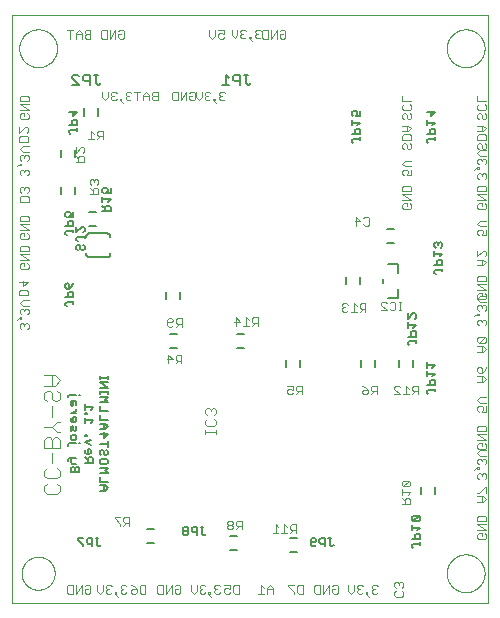
<source format=gbo>
G75*
%MOIN*%
%OFA0B0*%
%FSLAX25Y25*%
%IPPOS*%
%LPD*%
%AMOC8*
5,1,8,0,0,1.08239X$1,22.5*
%
%ADD10C,0.00000*%
%ADD11C,0.00300*%
%ADD12C,0.00500*%
%ADD13C,0.00600*%
%ADD14C,0.00400*%
%ADD15C,0.00800*%
D10*
X0073845Y0002513D02*
X0073845Y0198763D01*
X0232595Y0198763D01*
X0232595Y0002513D01*
X0073845Y0002513D01*
X0077083Y0012513D02*
X0077085Y0012661D01*
X0077091Y0012809D01*
X0077101Y0012957D01*
X0077115Y0013104D01*
X0077133Y0013251D01*
X0077154Y0013397D01*
X0077180Y0013543D01*
X0077210Y0013688D01*
X0077243Y0013832D01*
X0077281Y0013975D01*
X0077322Y0014117D01*
X0077367Y0014258D01*
X0077415Y0014398D01*
X0077468Y0014537D01*
X0077524Y0014674D01*
X0077584Y0014809D01*
X0077647Y0014943D01*
X0077714Y0015075D01*
X0077785Y0015205D01*
X0077859Y0015333D01*
X0077936Y0015459D01*
X0078017Y0015583D01*
X0078101Y0015705D01*
X0078188Y0015824D01*
X0078279Y0015941D01*
X0078373Y0016056D01*
X0078469Y0016168D01*
X0078569Y0016278D01*
X0078671Y0016384D01*
X0078777Y0016488D01*
X0078885Y0016589D01*
X0078996Y0016687D01*
X0079109Y0016783D01*
X0079225Y0016875D01*
X0079343Y0016964D01*
X0079464Y0017049D01*
X0079587Y0017132D01*
X0079712Y0017211D01*
X0079839Y0017287D01*
X0079968Y0017359D01*
X0080099Y0017428D01*
X0080232Y0017493D01*
X0080367Y0017554D01*
X0080503Y0017612D01*
X0080640Y0017667D01*
X0080779Y0017717D01*
X0080920Y0017764D01*
X0081061Y0017807D01*
X0081204Y0017847D01*
X0081348Y0017882D01*
X0081492Y0017914D01*
X0081638Y0017941D01*
X0081784Y0017965D01*
X0081931Y0017985D01*
X0082078Y0018001D01*
X0082225Y0018013D01*
X0082373Y0018021D01*
X0082521Y0018025D01*
X0082669Y0018025D01*
X0082817Y0018021D01*
X0082965Y0018013D01*
X0083112Y0018001D01*
X0083259Y0017985D01*
X0083406Y0017965D01*
X0083552Y0017941D01*
X0083698Y0017914D01*
X0083842Y0017882D01*
X0083986Y0017847D01*
X0084129Y0017807D01*
X0084270Y0017764D01*
X0084411Y0017717D01*
X0084550Y0017667D01*
X0084687Y0017612D01*
X0084823Y0017554D01*
X0084958Y0017493D01*
X0085091Y0017428D01*
X0085222Y0017359D01*
X0085351Y0017287D01*
X0085478Y0017211D01*
X0085603Y0017132D01*
X0085726Y0017049D01*
X0085847Y0016964D01*
X0085965Y0016875D01*
X0086081Y0016783D01*
X0086194Y0016687D01*
X0086305Y0016589D01*
X0086413Y0016488D01*
X0086519Y0016384D01*
X0086621Y0016278D01*
X0086721Y0016168D01*
X0086817Y0016056D01*
X0086911Y0015941D01*
X0087002Y0015824D01*
X0087089Y0015705D01*
X0087173Y0015583D01*
X0087254Y0015459D01*
X0087331Y0015333D01*
X0087405Y0015205D01*
X0087476Y0015075D01*
X0087543Y0014943D01*
X0087606Y0014809D01*
X0087666Y0014674D01*
X0087722Y0014537D01*
X0087775Y0014398D01*
X0087823Y0014258D01*
X0087868Y0014117D01*
X0087909Y0013975D01*
X0087947Y0013832D01*
X0087980Y0013688D01*
X0088010Y0013543D01*
X0088036Y0013397D01*
X0088057Y0013251D01*
X0088075Y0013104D01*
X0088089Y0012957D01*
X0088099Y0012809D01*
X0088105Y0012661D01*
X0088107Y0012513D01*
X0088105Y0012365D01*
X0088099Y0012217D01*
X0088089Y0012069D01*
X0088075Y0011922D01*
X0088057Y0011775D01*
X0088036Y0011629D01*
X0088010Y0011483D01*
X0087980Y0011338D01*
X0087947Y0011194D01*
X0087909Y0011051D01*
X0087868Y0010909D01*
X0087823Y0010768D01*
X0087775Y0010628D01*
X0087722Y0010489D01*
X0087666Y0010352D01*
X0087606Y0010217D01*
X0087543Y0010083D01*
X0087476Y0009951D01*
X0087405Y0009821D01*
X0087331Y0009693D01*
X0087254Y0009567D01*
X0087173Y0009443D01*
X0087089Y0009321D01*
X0087002Y0009202D01*
X0086911Y0009085D01*
X0086817Y0008970D01*
X0086721Y0008858D01*
X0086621Y0008748D01*
X0086519Y0008642D01*
X0086413Y0008538D01*
X0086305Y0008437D01*
X0086194Y0008339D01*
X0086081Y0008243D01*
X0085965Y0008151D01*
X0085847Y0008062D01*
X0085726Y0007977D01*
X0085603Y0007894D01*
X0085478Y0007815D01*
X0085351Y0007739D01*
X0085222Y0007667D01*
X0085091Y0007598D01*
X0084958Y0007533D01*
X0084823Y0007472D01*
X0084687Y0007414D01*
X0084550Y0007359D01*
X0084411Y0007309D01*
X0084270Y0007262D01*
X0084129Y0007219D01*
X0083986Y0007179D01*
X0083842Y0007144D01*
X0083698Y0007112D01*
X0083552Y0007085D01*
X0083406Y0007061D01*
X0083259Y0007041D01*
X0083112Y0007025D01*
X0082965Y0007013D01*
X0082817Y0007005D01*
X0082669Y0007001D01*
X0082521Y0007001D01*
X0082373Y0007005D01*
X0082225Y0007013D01*
X0082078Y0007025D01*
X0081931Y0007041D01*
X0081784Y0007061D01*
X0081638Y0007085D01*
X0081492Y0007112D01*
X0081348Y0007144D01*
X0081204Y0007179D01*
X0081061Y0007219D01*
X0080920Y0007262D01*
X0080779Y0007309D01*
X0080640Y0007359D01*
X0080503Y0007414D01*
X0080367Y0007472D01*
X0080232Y0007533D01*
X0080099Y0007598D01*
X0079968Y0007667D01*
X0079839Y0007739D01*
X0079712Y0007815D01*
X0079587Y0007894D01*
X0079464Y0007977D01*
X0079343Y0008062D01*
X0079225Y0008151D01*
X0079109Y0008243D01*
X0078996Y0008339D01*
X0078885Y0008437D01*
X0078777Y0008538D01*
X0078671Y0008642D01*
X0078569Y0008748D01*
X0078469Y0008858D01*
X0078373Y0008970D01*
X0078279Y0009085D01*
X0078188Y0009202D01*
X0078101Y0009321D01*
X0078017Y0009443D01*
X0077936Y0009567D01*
X0077859Y0009693D01*
X0077785Y0009821D01*
X0077714Y0009951D01*
X0077647Y0010083D01*
X0077584Y0010217D01*
X0077524Y0010352D01*
X0077468Y0010489D01*
X0077415Y0010628D01*
X0077367Y0010768D01*
X0077322Y0010909D01*
X0077281Y0011051D01*
X0077243Y0011194D01*
X0077210Y0011338D01*
X0077180Y0011483D01*
X0077154Y0011629D01*
X0077133Y0011775D01*
X0077115Y0011922D01*
X0077101Y0012069D01*
X0077091Y0012217D01*
X0077085Y0012365D01*
X0077083Y0012513D01*
X0218796Y0012513D02*
X0218798Y0012671D01*
X0218804Y0012829D01*
X0218814Y0012987D01*
X0218828Y0013145D01*
X0218846Y0013302D01*
X0218867Y0013459D01*
X0218893Y0013615D01*
X0218923Y0013771D01*
X0218956Y0013926D01*
X0218994Y0014079D01*
X0219035Y0014232D01*
X0219080Y0014384D01*
X0219129Y0014535D01*
X0219182Y0014684D01*
X0219238Y0014832D01*
X0219298Y0014978D01*
X0219362Y0015123D01*
X0219430Y0015266D01*
X0219501Y0015408D01*
X0219575Y0015548D01*
X0219653Y0015685D01*
X0219735Y0015821D01*
X0219819Y0015955D01*
X0219908Y0016086D01*
X0219999Y0016215D01*
X0220094Y0016342D01*
X0220191Y0016467D01*
X0220292Y0016589D01*
X0220396Y0016708D01*
X0220503Y0016825D01*
X0220613Y0016939D01*
X0220726Y0017050D01*
X0220841Y0017159D01*
X0220959Y0017264D01*
X0221080Y0017366D01*
X0221203Y0017466D01*
X0221329Y0017562D01*
X0221457Y0017655D01*
X0221587Y0017745D01*
X0221720Y0017831D01*
X0221855Y0017915D01*
X0221991Y0017994D01*
X0222130Y0018071D01*
X0222271Y0018143D01*
X0222413Y0018213D01*
X0222557Y0018278D01*
X0222703Y0018340D01*
X0222850Y0018398D01*
X0222999Y0018453D01*
X0223149Y0018504D01*
X0223300Y0018551D01*
X0223452Y0018594D01*
X0223605Y0018633D01*
X0223760Y0018669D01*
X0223915Y0018700D01*
X0224071Y0018728D01*
X0224227Y0018752D01*
X0224384Y0018772D01*
X0224542Y0018788D01*
X0224699Y0018800D01*
X0224858Y0018808D01*
X0225016Y0018812D01*
X0225174Y0018812D01*
X0225332Y0018808D01*
X0225491Y0018800D01*
X0225648Y0018788D01*
X0225806Y0018772D01*
X0225963Y0018752D01*
X0226119Y0018728D01*
X0226275Y0018700D01*
X0226430Y0018669D01*
X0226585Y0018633D01*
X0226738Y0018594D01*
X0226890Y0018551D01*
X0227041Y0018504D01*
X0227191Y0018453D01*
X0227340Y0018398D01*
X0227487Y0018340D01*
X0227633Y0018278D01*
X0227777Y0018213D01*
X0227919Y0018143D01*
X0228060Y0018071D01*
X0228199Y0017994D01*
X0228335Y0017915D01*
X0228470Y0017831D01*
X0228603Y0017745D01*
X0228733Y0017655D01*
X0228861Y0017562D01*
X0228987Y0017466D01*
X0229110Y0017366D01*
X0229231Y0017264D01*
X0229349Y0017159D01*
X0229464Y0017050D01*
X0229577Y0016939D01*
X0229687Y0016825D01*
X0229794Y0016708D01*
X0229898Y0016589D01*
X0229999Y0016467D01*
X0230096Y0016342D01*
X0230191Y0016215D01*
X0230282Y0016086D01*
X0230371Y0015955D01*
X0230455Y0015821D01*
X0230537Y0015685D01*
X0230615Y0015548D01*
X0230689Y0015408D01*
X0230760Y0015266D01*
X0230828Y0015123D01*
X0230892Y0014978D01*
X0230952Y0014832D01*
X0231008Y0014684D01*
X0231061Y0014535D01*
X0231110Y0014384D01*
X0231155Y0014232D01*
X0231196Y0014079D01*
X0231234Y0013926D01*
X0231267Y0013771D01*
X0231297Y0013615D01*
X0231323Y0013459D01*
X0231344Y0013302D01*
X0231362Y0013145D01*
X0231376Y0012987D01*
X0231386Y0012829D01*
X0231392Y0012671D01*
X0231394Y0012513D01*
X0231392Y0012355D01*
X0231386Y0012197D01*
X0231376Y0012039D01*
X0231362Y0011881D01*
X0231344Y0011724D01*
X0231323Y0011567D01*
X0231297Y0011411D01*
X0231267Y0011255D01*
X0231234Y0011100D01*
X0231196Y0010947D01*
X0231155Y0010794D01*
X0231110Y0010642D01*
X0231061Y0010491D01*
X0231008Y0010342D01*
X0230952Y0010194D01*
X0230892Y0010048D01*
X0230828Y0009903D01*
X0230760Y0009760D01*
X0230689Y0009618D01*
X0230615Y0009478D01*
X0230537Y0009341D01*
X0230455Y0009205D01*
X0230371Y0009071D01*
X0230282Y0008940D01*
X0230191Y0008811D01*
X0230096Y0008684D01*
X0229999Y0008559D01*
X0229898Y0008437D01*
X0229794Y0008318D01*
X0229687Y0008201D01*
X0229577Y0008087D01*
X0229464Y0007976D01*
X0229349Y0007867D01*
X0229231Y0007762D01*
X0229110Y0007660D01*
X0228987Y0007560D01*
X0228861Y0007464D01*
X0228733Y0007371D01*
X0228603Y0007281D01*
X0228470Y0007195D01*
X0228335Y0007111D01*
X0228199Y0007032D01*
X0228060Y0006955D01*
X0227919Y0006883D01*
X0227777Y0006813D01*
X0227633Y0006748D01*
X0227487Y0006686D01*
X0227340Y0006628D01*
X0227191Y0006573D01*
X0227041Y0006522D01*
X0226890Y0006475D01*
X0226738Y0006432D01*
X0226585Y0006393D01*
X0226430Y0006357D01*
X0226275Y0006326D01*
X0226119Y0006298D01*
X0225963Y0006274D01*
X0225806Y0006254D01*
X0225648Y0006238D01*
X0225491Y0006226D01*
X0225332Y0006218D01*
X0225174Y0006214D01*
X0225016Y0006214D01*
X0224858Y0006218D01*
X0224699Y0006226D01*
X0224542Y0006238D01*
X0224384Y0006254D01*
X0224227Y0006274D01*
X0224071Y0006298D01*
X0223915Y0006326D01*
X0223760Y0006357D01*
X0223605Y0006393D01*
X0223452Y0006432D01*
X0223300Y0006475D01*
X0223149Y0006522D01*
X0222999Y0006573D01*
X0222850Y0006628D01*
X0222703Y0006686D01*
X0222557Y0006748D01*
X0222413Y0006813D01*
X0222271Y0006883D01*
X0222130Y0006955D01*
X0221991Y0007032D01*
X0221855Y0007111D01*
X0221720Y0007195D01*
X0221587Y0007281D01*
X0221457Y0007371D01*
X0221329Y0007464D01*
X0221203Y0007560D01*
X0221080Y0007660D01*
X0220959Y0007762D01*
X0220841Y0007867D01*
X0220726Y0007976D01*
X0220613Y0008087D01*
X0220503Y0008201D01*
X0220396Y0008318D01*
X0220292Y0008437D01*
X0220191Y0008559D01*
X0220094Y0008684D01*
X0219999Y0008811D01*
X0219908Y0008940D01*
X0219819Y0009071D01*
X0219735Y0009205D01*
X0219653Y0009341D01*
X0219575Y0009478D01*
X0219501Y0009618D01*
X0219430Y0009760D01*
X0219362Y0009903D01*
X0219298Y0010048D01*
X0219238Y0010194D01*
X0219182Y0010342D01*
X0219129Y0010491D01*
X0219080Y0010642D01*
X0219035Y0010794D01*
X0218994Y0010947D01*
X0218956Y0011100D01*
X0218923Y0011255D01*
X0218893Y0011411D01*
X0218867Y0011567D01*
X0218846Y0011724D01*
X0218828Y0011881D01*
X0218814Y0012039D01*
X0218804Y0012197D01*
X0218798Y0012355D01*
X0218796Y0012513D01*
X0218796Y0187513D02*
X0218798Y0187671D01*
X0218804Y0187829D01*
X0218814Y0187987D01*
X0218828Y0188145D01*
X0218846Y0188302D01*
X0218867Y0188459D01*
X0218893Y0188615D01*
X0218923Y0188771D01*
X0218956Y0188926D01*
X0218994Y0189079D01*
X0219035Y0189232D01*
X0219080Y0189384D01*
X0219129Y0189535D01*
X0219182Y0189684D01*
X0219238Y0189832D01*
X0219298Y0189978D01*
X0219362Y0190123D01*
X0219430Y0190266D01*
X0219501Y0190408D01*
X0219575Y0190548D01*
X0219653Y0190685D01*
X0219735Y0190821D01*
X0219819Y0190955D01*
X0219908Y0191086D01*
X0219999Y0191215D01*
X0220094Y0191342D01*
X0220191Y0191467D01*
X0220292Y0191589D01*
X0220396Y0191708D01*
X0220503Y0191825D01*
X0220613Y0191939D01*
X0220726Y0192050D01*
X0220841Y0192159D01*
X0220959Y0192264D01*
X0221080Y0192366D01*
X0221203Y0192466D01*
X0221329Y0192562D01*
X0221457Y0192655D01*
X0221587Y0192745D01*
X0221720Y0192831D01*
X0221855Y0192915D01*
X0221991Y0192994D01*
X0222130Y0193071D01*
X0222271Y0193143D01*
X0222413Y0193213D01*
X0222557Y0193278D01*
X0222703Y0193340D01*
X0222850Y0193398D01*
X0222999Y0193453D01*
X0223149Y0193504D01*
X0223300Y0193551D01*
X0223452Y0193594D01*
X0223605Y0193633D01*
X0223760Y0193669D01*
X0223915Y0193700D01*
X0224071Y0193728D01*
X0224227Y0193752D01*
X0224384Y0193772D01*
X0224542Y0193788D01*
X0224699Y0193800D01*
X0224858Y0193808D01*
X0225016Y0193812D01*
X0225174Y0193812D01*
X0225332Y0193808D01*
X0225491Y0193800D01*
X0225648Y0193788D01*
X0225806Y0193772D01*
X0225963Y0193752D01*
X0226119Y0193728D01*
X0226275Y0193700D01*
X0226430Y0193669D01*
X0226585Y0193633D01*
X0226738Y0193594D01*
X0226890Y0193551D01*
X0227041Y0193504D01*
X0227191Y0193453D01*
X0227340Y0193398D01*
X0227487Y0193340D01*
X0227633Y0193278D01*
X0227777Y0193213D01*
X0227919Y0193143D01*
X0228060Y0193071D01*
X0228199Y0192994D01*
X0228335Y0192915D01*
X0228470Y0192831D01*
X0228603Y0192745D01*
X0228733Y0192655D01*
X0228861Y0192562D01*
X0228987Y0192466D01*
X0229110Y0192366D01*
X0229231Y0192264D01*
X0229349Y0192159D01*
X0229464Y0192050D01*
X0229577Y0191939D01*
X0229687Y0191825D01*
X0229794Y0191708D01*
X0229898Y0191589D01*
X0229999Y0191467D01*
X0230096Y0191342D01*
X0230191Y0191215D01*
X0230282Y0191086D01*
X0230371Y0190955D01*
X0230455Y0190821D01*
X0230537Y0190685D01*
X0230615Y0190548D01*
X0230689Y0190408D01*
X0230760Y0190266D01*
X0230828Y0190123D01*
X0230892Y0189978D01*
X0230952Y0189832D01*
X0231008Y0189684D01*
X0231061Y0189535D01*
X0231110Y0189384D01*
X0231155Y0189232D01*
X0231196Y0189079D01*
X0231234Y0188926D01*
X0231267Y0188771D01*
X0231297Y0188615D01*
X0231323Y0188459D01*
X0231344Y0188302D01*
X0231362Y0188145D01*
X0231376Y0187987D01*
X0231386Y0187829D01*
X0231392Y0187671D01*
X0231394Y0187513D01*
X0231392Y0187355D01*
X0231386Y0187197D01*
X0231376Y0187039D01*
X0231362Y0186881D01*
X0231344Y0186724D01*
X0231323Y0186567D01*
X0231297Y0186411D01*
X0231267Y0186255D01*
X0231234Y0186100D01*
X0231196Y0185947D01*
X0231155Y0185794D01*
X0231110Y0185642D01*
X0231061Y0185491D01*
X0231008Y0185342D01*
X0230952Y0185194D01*
X0230892Y0185048D01*
X0230828Y0184903D01*
X0230760Y0184760D01*
X0230689Y0184618D01*
X0230615Y0184478D01*
X0230537Y0184341D01*
X0230455Y0184205D01*
X0230371Y0184071D01*
X0230282Y0183940D01*
X0230191Y0183811D01*
X0230096Y0183684D01*
X0229999Y0183559D01*
X0229898Y0183437D01*
X0229794Y0183318D01*
X0229687Y0183201D01*
X0229577Y0183087D01*
X0229464Y0182976D01*
X0229349Y0182867D01*
X0229231Y0182762D01*
X0229110Y0182660D01*
X0228987Y0182560D01*
X0228861Y0182464D01*
X0228733Y0182371D01*
X0228603Y0182281D01*
X0228470Y0182195D01*
X0228335Y0182111D01*
X0228199Y0182032D01*
X0228060Y0181955D01*
X0227919Y0181883D01*
X0227777Y0181813D01*
X0227633Y0181748D01*
X0227487Y0181686D01*
X0227340Y0181628D01*
X0227191Y0181573D01*
X0227041Y0181522D01*
X0226890Y0181475D01*
X0226738Y0181432D01*
X0226585Y0181393D01*
X0226430Y0181357D01*
X0226275Y0181326D01*
X0226119Y0181298D01*
X0225963Y0181274D01*
X0225806Y0181254D01*
X0225648Y0181238D01*
X0225491Y0181226D01*
X0225332Y0181218D01*
X0225174Y0181214D01*
X0225016Y0181214D01*
X0224858Y0181218D01*
X0224699Y0181226D01*
X0224542Y0181238D01*
X0224384Y0181254D01*
X0224227Y0181274D01*
X0224071Y0181298D01*
X0223915Y0181326D01*
X0223760Y0181357D01*
X0223605Y0181393D01*
X0223452Y0181432D01*
X0223300Y0181475D01*
X0223149Y0181522D01*
X0222999Y0181573D01*
X0222850Y0181628D01*
X0222703Y0181686D01*
X0222557Y0181748D01*
X0222413Y0181813D01*
X0222271Y0181883D01*
X0222130Y0181955D01*
X0221991Y0182032D01*
X0221855Y0182111D01*
X0221720Y0182195D01*
X0221587Y0182281D01*
X0221457Y0182371D01*
X0221329Y0182464D01*
X0221203Y0182560D01*
X0221080Y0182660D01*
X0220959Y0182762D01*
X0220841Y0182867D01*
X0220726Y0182976D01*
X0220613Y0183087D01*
X0220503Y0183201D01*
X0220396Y0183318D01*
X0220292Y0183437D01*
X0220191Y0183559D01*
X0220094Y0183684D01*
X0219999Y0183811D01*
X0219908Y0183940D01*
X0219819Y0184071D01*
X0219735Y0184205D01*
X0219653Y0184341D01*
X0219575Y0184478D01*
X0219501Y0184618D01*
X0219430Y0184760D01*
X0219362Y0184903D01*
X0219298Y0185048D01*
X0219238Y0185194D01*
X0219182Y0185342D01*
X0219129Y0185491D01*
X0219080Y0185642D01*
X0219035Y0185794D01*
X0218994Y0185947D01*
X0218956Y0186100D01*
X0218923Y0186255D01*
X0218893Y0186411D01*
X0218867Y0186567D01*
X0218846Y0186724D01*
X0218828Y0186881D01*
X0218814Y0187039D01*
X0218804Y0187197D01*
X0218798Y0187355D01*
X0218796Y0187513D01*
X0076296Y0187513D02*
X0076298Y0187671D01*
X0076304Y0187829D01*
X0076314Y0187987D01*
X0076328Y0188145D01*
X0076346Y0188302D01*
X0076367Y0188459D01*
X0076393Y0188615D01*
X0076423Y0188771D01*
X0076456Y0188926D01*
X0076494Y0189079D01*
X0076535Y0189232D01*
X0076580Y0189384D01*
X0076629Y0189535D01*
X0076682Y0189684D01*
X0076738Y0189832D01*
X0076798Y0189978D01*
X0076862Y0190123D01*
X0076930Y0190266D01*
X0077001Y0190408D01*
X0077075Y0190548D01*
X0077153Y0190685D01*
X0077235Y0190821D01*
X0077319Y0190955D01*
X0077408Y0191086D01*
X0077499Y0191215D01*
X0077594Y0191342D01*
X0077691Y0191467D01*
X0077792Y0191589D01*
X0077896Y0191708D01*
X0078003Y0191825D01*
X0078113Y0191939D01*
X0078226Y0192050D01*
X0078341Y0192159D01*
X0078459Y0192264D01*
X0078580Y0192366D01*
X0078703Y0192466D01*
X0078829Y0192562D01*
X0078957Y0192655D01*
X0079087Y0192745D01*
X0079220Y0192831D01*
X0079355Y0192915D01*
X0079491Y0192994D01*
X0079630Y0193071D01*
X0079771Y0193143D01*
X0079913Y0193213D01*
X0080057Y0193278D01*
X0080203Y0193340D01*
X0080350Y0193398D01*
X0080499Y0193453D01*
X0080649Y0193504D01*
X0080800Y0193551D01*
X0080952Y0193594D01*
X0081105Y0193633D01*
X0081260Y0193669D01*
X0081415Y0193700D01*
X0081571Y0193728D01*
X0081727Y0193752D01*
X0081884Y0193772D01*
X0082042Y0193788D01*
X0082199Y0193800D01*
X0082358Y0193808D01*
X0082516Y0193812D01*
X0082674Y0193812D01*
X0082832Y0193808D01*
X0082991Y0193800D01*
X0083148Y0193788D01*
X0083306Y0193772D01*
X0083463Y0193752D01*
X0083619Y0193728D01*
X0083775Y0193700D01*
X0083930Y0193669D01*
X0084085Y0193633D01*
X0084238Y0193594D01*
X0084390Y0193551D01*
X0084541Y0193504D01*
X0084691Y0193453D01*
X0084840Y0193398D01*
X0084987Y0193340D01*
X0085133Y0193278D01*
X0085277Y0193213D01*
X0085419Y0193143D01*
X0085560Y0193071D01*
X0085699Y0192994D01*
X0085835Y0192915D01*
X0085970Y0192831D01*
X0086103Y0192745D01*
X0086233Y0192655D01*
X0086361Y0192562D01*
X0086487Y0192466D01*
X0086610Y0192366D01*
X0086731Y0192264D01*
X0086849Y0192159D01*
X0086964Y0192050D01*
X0087077Y0191939D01*
X0087187Y0191825D01*
X0087294Y0191708D01*
X0087398Y0191589D01*
X0087499Y0191467D01*
X0087596Y0191342D01*
X0087691Y0191215D01*
X0087782Y0191086D01*
X0087871Y0190955D01*
X0087955Y0190821D01*
X0088037Y0190685D01*
X0088115Y0190548D01*
X0088189Y0190408D01*
X0088260Y0190266D01*
X0088328Y0190123D01*
X0088392Y0189978D01*
X0088452Y0189832D01*
X0088508Y0189684D01*
X0088561Y0189535D01*
X0088610Y0189384D01*
X0088655Y0189232D01*
X0088696Y0189079D01*
X0088734Y0188926D01*
X0088767Y0188771D01*
X0088797Y0188615D01*
X0088823Y0188459D01*
X0088844Y0188302D01*
X0088862Y0188145D01*
X0088876Y0187987D01*
X0088886Y0187829D01*
X0088892Y0187671D01*
X0088894Y0187513D01*
X0088892Y0187355D01*
X0088886Y0187197D01*
X0088876Y0187039D01*
X0088862Y0186881D01*
X0088844Y0186724D01*
X0088823Y0186567D01*
X0088797Y0186411D01*
X0088767Y0186255D01*
X0088734Y0186100D01*
X0088696Y0185947D01*
X0088655Y0185794D01*
X0088610Y0185642D01*
X0088561Y0185491D01*
X0088508Y0185342D01*
X0088452Y0185194D01*
X0088392Y0185048D01*
X0088328Y0184903D01*
X0088260Y0184760D01*
X0088189Y0184618D01*
X0088115Y0184478D01*
X0088037Y0184341D01*
X0087955Y0184205D01*
X0087871Y0184071D01*
X0087782Y0183940D01*
X0087691Y0183811D01*
X0087596Y0183684D01*
X0087499Y0183559D01*
X0087398Y0183437D01*
X0087294Y0183318D01*
X0087187Y0183201D01*
X0087077Y0183087D01*
X0086964Y0182976D01*
X0086849Y0182867D01*
X0086731Y0182762D01*
X0086610Y0182660D01*
X0086487Y0182560D01*
X0086361Y0182464D01*
X0086233Y0182371D01*
X0086103Y0182281D01*
X0085970Y0182195D01*
X0085835Y0182111D01*
X0085699Y0182032D01*
X0085560Y0181955D01*
X0085419Y0181883D01*
X0085277Y0181813D01*
X0085133Y0181748D01*
X0084987Y0181686D01*
X0084840Y0181628D01*
X0084691Y0181573D01*
X0084541Y0181522D01*
X0084390Y0181475D01*
X0084238Y0181432D01*
X0084085Y0181393D01*
X0083930Y0181357D01*
X0083775Y0181326D01*
X0083619Y0181298D01*
X0083463Y0181274D01*
X0083306Y0181254D01*
X0083148Y0181238D01*
X0082991Y0181226D01*
X0082832Y0181218D01*
X0082674Y0181214D01*
X0082516Y0181214D01*
X0082358Y0181218D01*
X0082199Y0181226D01*
X0082042Y0181238D01*
X0081884Y0181254D01*
X0081727Y0181274D01*
X0081571Y0181298D01*
X0081415Y0181326D01*
X0081260Y0181357D01*
X0081105Y0181393D01*
X0080952Y0181432D01*
X0080800Y0181475D01*
X0080649Y0181522D01*
X0080499Y0181573D01*
X0080350Y0181628D01*
X0080203Y0181686D01*
X0080057Y0181748D01*
X0079913Y0181813D01*
X0079771Y0181883D01*
X0079630Y0181955D01*
X0079491Y0182032D01*
X0079355Y0182111D01*
X0079220Y0182195D01*
X0079087Y0182281D01*
X0078957Y0182371D01*
X0078829Y0182464D01*
X0078703Y0182560D01*
X0078580Y0182660D01*
X0078459Y0182762D01*
X0078341Y0182867D01*
X0078226Y0182976D01*
X0078113Y0183087D01*
X0078003Y0183201D01*
X0077896Y0183318D01*
X0077792Y0183437D01*
X0077691Y0183559D01*
X0077594Y0183684D01*
X0077499Y0183811D01*
X0077408Y0183940D01*
X0077319Y0184071D01*
X0077235Y0184205D01*
X0077153Y0184341D01*
X0077075Y0184478D01*
X0077001Y0184618D01*
X0076930Y0184760D01*
X0076862Y0184903D01*
X0076798Y0185048D01*
X0076738Y0185194D01*
X0076682Y0185342D01*
X0076629Y0185491D01*
X0076580Y0185642D01*
X0076535Y0185794D01*
X0076494Y0185947D01*
X0076456Y0186100D01*
X0076423Y0186255D01*
X0076393Y0186411D01*
X0076367Y0186567D01*
X0076346Y0186724D01*
X0076328Y0186881D01*
X0076314Y0187039D01*
X0076304Y0187197D01*
X0076298Y0187355D01*
X0076296Y0187513D01*
D11*
X0076979Y0171741D02*
X0076495Y0171257D01*
X0076495Y0169806D01*
X0079398Y0169806D01*
X0079398Y0171257D01*
X0078914Y0171741D01*
X0076979Y0171741D01*
X0076495Y0168794D02*
X0079398Y0168794D01*
X0079398Y0166859D02*
X0076495Y0166859D01*
X0076979Y0165848D02*
X0076495Y0165364D01*
X0076495Y0164396D01*
X0076979Y0163913D01*
X0078914Y0163913D01*
X0079398Y0164396D01*
X0079398Y0165364D01*
X0078914Y0165848D01*
X0077946Y0165848D02*
X0077946Y0164880D01*
X0077946Y0165848D02*
X0076979Y0165848D01*
X0079398Y0166859D02*
X0076495Y0168794D01*
X0076370Y0161294D02*
X0076370Y0159359D01*
X0078305Y0161294D01*
X0078789Y0161294D01*
X0079273Y0160811D01*
X0079273Y0159843D01*
X0078789Y0159359D01*
X0078789Y0158348D02*
X0076854Y0158348D01*
X0076370Y0157864D01*
X0076370Y0156413D01*
X0079273Y0156413D01*
X0079273Y0157864D01*
X0078789Y0158348D01*
X0079398Y0154955D02*
X0077463Y0154955D01*
X0076495Y0153988D01*
X0077463Y0153020D01*
X0079398Y0153020D01*
X0078914Y0152009D02*
X0078430Y0152009D01*
X0077946Y0151525D01*
X0077463Y0152009D01*
X0076979Y0152009D01*
X0076495Y0151525D01*
X0076495Y0150557D01*
X0076979Y0150074D01*
X0076979Y0149077D02*
X0076979Y0148593D01*
X0076495Y0148593D01*
X0076495Y0149077D01*
X0076979Y0149077D01*
X0076495Y0149077D02*
X0075528Y0148109D01*
X0076979Y0147098D02*
X0076495Y0146614D01*
X0076495Y0145646D01*
X0076979Y0145163D01*
X0077946Y0146130D02*
X0077946Y0146614D01*
X0077463Y0147098D01*
X0076979Y0147098D01*
X0077946Y0146614D02*
X0078430Y0147098D01*
X0078914Y0147098D01*
X0079398Y0146614D01*
X0079398Y0145646D01*
X0078914Y0145163D01*
X0078914Y0141294D02*
X0078430Y0141294D01*
X0077946Y0140811D01*
X0077463Y0141294D01*
X0076979Y0141294D01*
X0076495Y0140811D01*
X0076495Y0139843D01*
X0076979Y0139359D01*
X0076979Y0138348D02*
X0078914Y0138348D01*
X0079398Y0137864D01*
X0079398Y0136413D01*
X0076495Y0136413D01*
X0076495Y0137864D01*
X0076979Y0138348D01*
X0078914Y0139359D02*
X0079398Y0139843D01*
X0079398Y0140811D01*
X0078914Y0141294D01*
X0077946Y0140811D02*
X0077946Y0140327D01*
X0076979Y0131741D02*
X0076495Y0131257D01*
X0076495Y0129806D01*
X0079398Y0129806D01*
X0079398Y0131257D01*
X0078914Y0131741D01*
X0076979Y0131741D01*
X0076495Y0128794D02*
X0079398Y0128794D01*
X0079398Y0126859D02*
X0076495Y0126859D01*
X0076979Y0125848D02*
X0076495Y0125364D01*
X0076495Y0124396D01*
X0076979Y0123913D01*
X0078914Y0123913D01*
X0079398Y0124396D01*
X0079398Y0125364D01*
X0078914Y0125848D01*
X0077946Y0125848D02*
X0077946Y0124880D01*
X0077946Y0125848D02*
X0076979Y0125848D01*
X0079398Y0126859D02*
X0076495Y0128794D01*
X0076979Y0121741D02*
X0076495Y0121257D01*
X0076495Y0119806D01*
X0079398Y0119806D01*
X0079398Y0121257D01*
X0078914Y0121741D01*
X0076979Y0121741D01*
X0076495Y0118794D02*
X0079398Y0118794D01*
X0079398Y0116859D02*
X0076495Y0116859D01*
X0076979Y0115848D02*
X0076495Y0115364D01*
X0076495Y0114396D01*
X0076979Y0113913D01*
X0078914Y0113913D01*
X0079398Y0114396D01*
X0079398Y0115364D01*
X0078914Y0115848D01*
X0077946Y0115848D02*
X0077946Y0114880D01*
X0077946Y0115848D02*
X0076979Y0115848D01*
X0079398Y0116859D02*
X0076495Y0118794D01*
X0077696Y0110044D02*
X0077696Y0108109D01*
X0079148Y0109561D01*
X0076245Y0109561D01*
X0076729Y0107098D02*
X0078664Y0107098D01*
X0079148Y0106614D01*
X0079148Y0105163D01*
X0076245Y0105163D01*
X0076245Y0106614D01*
X0076729Y0107098D01*
X0077463Y0103705D02*
X0079398Y0103705D01*
X0079398Y0101770D02*
X0077463Y0101770D01*
X0076495Y0102738D01*
X0077463Y0103705D01*
X0077463Y0100759D02*
X0076979Y0100759D01*
X0076495Y0100275D01*
X0076495Y0099307D01*
X0076979Y0098824D01*
X0076979Y0097827D02*
X0076495Y0097827D01*
X0076495Y0097343D01*
X0076979Y0097343D01*
X0076979Y0097827D01*
X0076495Y0097827D02*
X0075528Y0096859D01*
X0076979Y0095848D02*
X0076495Y0095364D01*
X0076495Y0094396D01*
X0076979Y0093913D01*
X0077946Y0094880D02*
X0077946Y0095364D01*
X0077463Y0095848D01*
X0076979Y0095848D01*
X0077946Y0095364D02*
X0078430Y0095848D01*
X0078914Y0095848D01*
X0079398Y0095364D01*
X0079398Y0094396D01*
X0078914Y0093913D01*
X0078914Y0098824D02*
X0079398Y0099307D01*
X0079398Y0100275D01*
X0078914Y0100759D01*
X0078430Y0100759D01*
X0077946Y0100275D01*
X0077463Y0100759D01*
X0077946Y0100275D02*
X0077946Y0099791D01*
X0099745Y0139038D02*
X0102648Y0139038D01*
X0102648Y0140489D01*
X0102164Y0140973D01*
X0101196Y0140973D01*
X0100713Y0140489D01*
X0100713Y0139038D01*
X0100713Y0140005D02*
X0099745Y0140973D01*
X0100229Y0141984D02*
X0099745Y0142468D01*
X0099745Y0143436D01*
X0100229Y0143919D01*
X0100713Y0143919D01*
X0101196Y0143436D01*
X0101196Y0142952D01*
X0101196Y0143436D02*
X0101680Y0143919D01*
X0102164Y0143919D01*
X0102648Y0143436D01*
X0102648Y0142468D01*
X0102164Y0141984D01*
X0097948Y0149770D02*
X0095045Y0149770D01*
X0096013Y0149770D02*
X0096013Y0151221D01*
X0096496Y0151705D01*
X0097464Y0151705D01*
X0097948Y0151221D01*
X0097948Y0149770D01*
X0096013Y0150737D02*
X0095045Y0151705D01*
X0095045Y0152716D02*
X0096980Y0154651D01*
X0097464Y0154651D01*
X0097948Y0154167D01*
X0097948Y0153200D01*
X0097464Y0152716D01*
X0095045Y0152716D02*
X0095045Y0154651D01*
X0099314Y0157163D02*
X0101249Y0157163D01*
X0100281Y0157163D02*
X0100281Y0160065D01*
X0101249Y0159098D01*
X0102260Y0159581D02*
X0102260Y0158614D01*
X0102744Y0158130D01*
X0104195Y0158130D01*
X0104195Y0157163D02*
X0104195Y0160065D01*
X0102744Y0160065D01*
X0102260Y0159581D01*
X0103228Y0158130D02*
X0102260Y0157163D01*
X0104870Y0170163D02*
X0103903Y0171130D01*
X0103903Y0173065D01*
X0105838Y0173065D02*
X0105838Y0171130D01*
X0104870Y0170163D01*
X0106849Y0170646D02*
X0106849Y0171130D01*
X0107333Y0171614D01*
X0107817Y0171614D01*
X0107333Y0171614D02*
X0106849Y0172098D01*
X0106849Y0172581D01*
X0107333Y0173065D01*
X0108301Y0173065D01*
X0108784Y0172581D01*
X0108784Y0170646D02*
X0108301Y0170163D01*
X0107333Y0170163D01*
X0106849Y0170646D01*
X0109781Y0170646D02*
X0110265Y0170646D01*
X0110265Y0170163D01*
X0109781Y0170163D01*
X0109781Y0170646D01*
X0109781Y0170163D02*
X0110749Y0169195D01*
X0111760Y0170646D02*
X0111760Y0171130D01*
X0112244Y0171614D01*
X0112728Y0171614D01*
X0112244Y0171614D02*
X0111760Y0172098D01*
X0111760Y0172581D01*
X0112244Y0173065D01*
X0113211Y0173065D01*
X0113695Y0172581D01*
X0114617Y0173065D02*
X0116552Y0173065D01*
X0115585Y0173065D02*
X0115585Y0170163D01*
X0113695Y0170646D02*
X0113211Y0170163D01*
X0112244Y0170163D01*
X0111760Y0170646D01*
X0117564Y0170163D02*
X0117564Y0172098D01*
X0118531Y0173065D01*
X0119499Y0172098D01*
X0119499Y0170163D01*
X0120510Y0170646D02*
X0120994Y0170163D01*
X0122445Y0170163D01*
X0122445Y0173065D01*
X0120994Y0173065D01*
X0120510Y0172581D01*
X0120510Y0172098D01*
X0120994Y0171614D01*
X0122445Y0171614D01*
X0120994Y0171614D02*
X0120510Y0171130D01*
X0120510Y0170646D01*
X0119499Y0171614D02*
X0117564Y0171614D01*
X0127117Y0170646D02*
X0127117Y0172581D01*
X0127601Y0173065D01*
X0129052Y0173065D01*
X0129052Y0170163D01*
X0127601Y0170163D01*
X0127117Y0170646D01*
X0130064Y0170163D02*
X0130064Y0173065D01*
X0131999Y0173065D02*
X0130064Y0170163D01*
X0131999Y0170163D02*
X0131999Y0173065D01*
X0133010Y0172581D02*
X0133494Y0173065D01*
X0134461Y0173065D01*
X0134945Y0172581D01*
X0134945Y0170646D01*
X0134461Y0170163D01*
X0133494Y0170163D01*
X0133010Y0170646D01*
X0133010Y0171614D01*
X0133978Y0171614D01*
X0135153Y0171130D02*
X0135153Y0173065D01*
X0135153Y0171130D02*
X0136120Y0170163D01*
X0137088Y0171130D01*
X0137088Y0173065D01*
X0138099Y0172581D02*
X0138099Y0172098D01*
X0138583Y0171614D01*
X0138099Y0171130D01*
X0138099Y0170646D01*
X0138583Y0170163D01*
X0139551Y0170163D01*
X0140034Y0170646D01*
X0141031Y0170646D02*
X0141515Y0170646D01*
X0141515Y0170163D01*
X0141031Y0170163D01*
X0141031Y0170646D01*
X0141031Y0170163D02*
X0141999Y0169195D01*
X0143010Y0170646D02*
X0143494Y0170163D01*
X0144461Y0170163D01*
X0144945Y0170646D01*
X0143978Y0171614D02*
X0143494Y0171614D01*
X0143010Y0171130D01*
X0143010Y0170646D01*
X0143494Y0171614D02*
X0143010Y0172098D01*
X0143010Y0172581D01*
X0143494Y0173065D01*
X0144461Y0173065D01*
X0144945Y0172581D01*
X0140034Y0172581D02*
X0139551Y0173065D01*
X0138583Y0173065D01*
X0138099Y0172581D01*
X0138583Y0171614D02*
X0139067Y0171614D01*
X0140674Y0190713D02*
X0139707Y0191680D01*
X0139707Y0193615D01*
X0141642Y0193615D02*
X0141642Y0191680D01*
X0140674Y0190713D01*
X0142653Y0191196D02*
X0143137Y0190713D01*
X0144104Y0190713D01*
X0144588Y0191196D01*
X0144588Y0192164D02*
X0143621Y0192648D01*
X0143137Y0192648D01*
X0142653Y0192164D01*
X0142653Y0191196D01*
X0144588Y0192164D02*
X0144588Y0193615D01*
X0142653Y0193615D01*
X0147082Y0193740D02*
X0147082Y0191805D01*
X0148049Y0190838D01*
X0149017Y0191805D01*
X0149017Y0193740D01*
X0150028Y0193256D02*
X0150512Y0193740D01*
X0151479Y0193740D01*
X0151963Y0193256D01*
X0150996Y0192289D02*
X0150512Y0192289D01*
X0150028Y0191805D01*
X0150028Y0191321D01*
X0150512Y0190838D01*
X0151479Y0190838D01*
X0151963Y0191321D01*
X0152960Y0191321D02*
X0153444Y0191321D01*
X0153444Y0190838D01*
X0152960Y0190838D01*
X0152960Y0191321D01*
X0152960Y0190838D02*
X0153928Y0189870D01*
X0154939Y0191321D02*
X0155423Y0190838D01*
X0156390Y0190838D01*
X0156874Y0191321D01*
X0157207Y0191196D02*
X0157207Y0193131D01*
X0157690Y0193615D01*
X0159142Y0193615D01*
X0159142Y0190713D01*
X0157690Y0190713D01*
X0157207Y0191196D01*
X0155907Y0192289D02*
X0155423Y0192289D01*
X0154939Y0191805D01*
X0154939Y0191321D01*
X0155423Y0192289D02*
X0154939Y0192773D01*
X0154939Y0193256D01*
X0155423Y0193740D01*
X0156390Y0193740D01*
X0156874Y0193256D01*
X0160153Y0193615D02*
X0160153Y0190713D01*
X0162088Y0193615D01*
X0162088Y0190713D01*
X0163100Y0191196D02*
X0163583Y0190713D01*
X0164551Y0190713D01*
X0165035Y0191196D01*
X0165035Y0193131D01*
X0164551Y0193615D01*
X0163583Y0193615D01*
X0163100Y0193131D01*
X0163100Y0192164D02*
X0164067Y0192164D01*
X0163100Y0192164D02*
X0163100Y0191196D01*
X0150512Y0192289D02*
X0150028Y0192773D01*
X0150028Y0193256D01*
X0111285Y0193131D02*
X0111285Y0191196D01*
X0110801Y0190713D01*
X0109833Y0190713D01*
X0109350Y0191196D01*
X0109350Y0192164D01*
X0110317Y0192164D01*
X0109350Y0193131D02*
X0109833Y0193615D01*
X0110801Y0193615D01*
X0111285Y0193131D01*
X0108338Y0193615D02*
X0106403Y0190713D01*
X0106403Y0193615D01*
X0105392Y0193615D02*
X0103940Y0193615D01*
X0103457Y0193131D01*
X0103457Y0191196D01*
X0103940Y0190713D01*
X0105392Y0190713D01*
X0105392Y0193615D01*
X0108338Y0193615D02*
X0108338Y0190713D01*
X0100035Y0190713D02*
X0098583Y0190713D01*
X0098100Y0191196D01*
X0098100Y0191680D01*
X0098583Y0192164D01*
X0100035Y0192164D01*
X0100035Y0190713D02*
X0100035Y0193615D01*
X0098583Y0193615D01*
X0098100Y0193131D01*
X0098100Y0192648D01*
X0098583Y0192164D01*
X0097088Y0192164D02*
X0095153Y0192164D01*
X0095153Y0192648D02*
X0095153Y0190713D01*
X0095153Y0192648D02*
X0096121Y0193615D01*
X0097088Y0192648D01*
X0097088Y0190713D01*
X0093174Y0190713D02*
X0093174Y0193615D01*
X0092207Y0193615D02*
X0094142Y0193615D01*
X0078914Y0152009D02*
X0079398Y0151525D01*
X0079398Y0150557D01*
X0078914Y0150074D01*
X0077946Y0151041D02*
X0077946Y0151525D01*
X0126047Y0097565D02*
X0127015Y0097565D01*
X0127499Y0097081D01*
X0127499Y0096598D01*
X0127015Y0096114D01*
X0125564Y0096114D01*
X0127015Y0096114D01*
X0127499Y0096598D01*
X0127499Y0097081D01*
X0127015Y0097565D01*
X0126047Y0097565D01*
X0125564Y0097081D01*
X0125564Y0095146D01*
X0126047Y0094663D01*
X0127015Y0094663D01*
X0127499Y0095146D01*
X0127015Y0094663D01*
X0126047Y0094663D01*
X0125564Y0095146D01*
X0125564Y0097081D01*
X0126047Y0097565D01*
X0128510Y0097081D02*
X0128510Y0096114D01*
X0128994Y0095630D01*
X0130445Y0095630D01*
X0128994Y0095630D01*
X0128510Y0096114D01*
X0128510Y0097081D01*
X0128994Y0097565D01*
X0130445Y0097565D01*
X0130445Y0094663D01*
X0130445Y0097565D01*
X0128994Y0097565D01*
X0128510Y0097081D01*
X0129478Y0095630D02*
X0128510Y0094663D01*
X0129478Y0095630D01*
X0128887Y0085365D02*
X0128403Y0084881D01*
X0128403Y0083914D01*
X0128887Y0083430D01*
X0130338Y0083430D01*
X0130338Y0082463D02*
X0130338Y0085365D01*
X0128887Y0085365D01*
X0129371Y0083430D02*
X0128403Y0082463D01*
X0127392Y0083914D02*
X0125457Y0083914D01*
X0125940Y0085365D02*
X0127392Y0083914D01*
X0125940Y0082463D02*
X0125940Y0085365D01*
X0138862Y0067698D02*
X0138245Y0067081D01*
X0138245Y0065847D01*
X0138862Y0065230D01*
X0138245Y0065847D01*
X0138245Y0067081D01*
X0138862Y0067698D01*
X0139480Y0067698D01*
X0140097Y0067081D01*
X0140097Y0066464D01*
X0140097Y0067081D01*
X0140714Y0067698D01*
X0141331Y0067698D01*
X0141948Y0067081D01*
X0141948Y0065847D01*
X0141331Y0065230D01*
X0141948Y0065847D01*
X0141948Y0067081D01*
X0141331Y0067698D01*
X0140714Y0067698D01*
X0140097Y0067081D01*
X0139480Y0067698D01*
X0138862Y0067698D01*
X0138862Y0064015D02*
X0138245Y0063398D01*
X0138245Y0062164D01*
X0138862Y0061546D01*
X0141331Y0061546D01*
X0141948Y0062164D01*
X0141948Y0063398D01*
X0141331Y0064015D01*
X0141948Y0063398D01*
X0141948Y0062164D01*
X0141331Y0061546D01*
X0138862Y0061546D01*
X0138245Y0062164D01*
X0138245Y0063398D01*
X0138862Y0064015D01*
X0138245Y0060325D02*
X0138245Y0059091D01*
X0138245Y0060325D01*
X0138245Y0059708D02*
X0141948Y0059708D01*
X0138245Y0059708D01*
X0141948Y0059091D02*
X0141948Y0060325D01*
X0141948Y0059091D01*
X0165564Y0072646D02*
X0166047Y0072163D01*
X0167015Y0072163D01*
X0167499Y0072646D01*
X0167015Y0072163D01*
X0166047Y0072163D01*
X0165564Y0072646D01*
X0165564Y0073614D01*
X0166047Y0074098D01*
X0166531Y0074098D01*
X0167499Y0073614D01*
X0167499Y0075065D01*
X0165564Y0075065D01*
X0167499Y0075065D01*
X0167499Y0073614D01*
X0166531Y0074098D01*
X0166047Y0074098D01*
X0165564Y0073614D01*
X0165564Y0072646D01*
X0168510Y0072163D02*
X0169478Y0073130D01*
X0168510Y0072163D01*
X0168994Y0073130D02*
X0170445Y0073130D01*
X0168994Y0073130D01*
X0168510Y0073614D01*
X0168510Y0074581D01*
X0168994Y0075065D01*
X0170445Y0075065D01*
X0170445Y0072163D01*
X0170445Y0075065D01*
X0168994Y0075065D01*
X0168510Y0074581D01*
X0168510Y0073614D01*
X0168994Y0073130D01*
X0190564Y0073130D02*
X0190564Y0072646D01*
X0191047Y0072163D01*
X0192015Y0072163D01*
X0192499Y0072646D01*
X0192499Y0073614D01*
X0191047Y0073614D01*
X0190564Y0073130D01*
X0191531Y0074581D02*
X0190564Y0075065D01*
X0191531Y0074581D02*
X0192499Y0073614D01*
X0193510Y0073614D02*
X0193994Y0073130D01*
X0195445Y0073130D01*
X0195445Y0072163D02*
X0195445Y0075065D01*
X0193994Y0075065D01*
X0193510Y0074581D01*
X0193510Y0073614D01*
X0194478Y0073130D02*
X0193510Y0072163D01*
X0201367Y0072163D02*
X0203302Y0072163D01*
X0201367Y0074098D01*
X0201367Y0074581D01*
X0201851Y0075065D01*
X0202818Y0075065D01*
X0203302Y0074581D01*
X0202818Y0075065D01*
X0201851Y0075065D01*
X0201367Y0074581D01*
X0201367Y0074098D01*
X0203302Y0072163D01*
X0201367Y0072163D01*
X0204314Y0072163D02*
X0206249Y0072163D01*
X0204314Y0072163D01*
X0205281Y0072163D02*
X0205281Y0075065D01*
X0206249Y0074098D01*
X0205281Y0075065D01*
X0205281Y0072163D01*
X0207260Y0072163D02*
X0208228Y0073130D01*
X0207260Y0072163D01*
X0207744Y0073130D02*
X0209195Y0073130D01*
X0207744Y0073130D01*
X0207260Y0073614D01*
X0207260Y0074581D01*
X0207744Y0075065D01*
X0209195Y0075065D01*
X0209195Y0072163D01*
X0209195Y0075065D01*
X0207744Y0075065D01*
X0207260Y0074581D01*
X0207260Y0073614D01*
X0207744Y0073130D01*
X0228995Y0070327D02*
X0229963Y0071294D01*
X0231898Y0071294D01*
X0231898Y0069359D02*
X0229963Y0069359D01*
X0228995Y0070327D01*
X0229479Y0068348D02*
X0228995Y0067864D01*
X0228995Y0066896D01*
X0229479Y0066413D01*
X0230446Y0066413D02*
X0230930Y0067380D01*
X0230930Y0067864D01*
X0230446Y0068348D01*
X0229479Y0068348D01*
X0230446Y0066413D02*
X0231898Y0066413D01*
X0231898Y0068348D01*
X0231414Y0061741D02*
X0229479Y0061741D01*
X0228995Y0061257D01*
X0228995Y0059806D01*
X0231898Y0059806D01*
X0231898Y0061257D01*
X0231414Y0061741D01*
X0231898Y0058794D02*
X0228995Y0058794D01*
X0231898Y0056859D01*
X0228995Y0056859D01*
X0229479Y0055848D02*
X0230446Y0055848D01*
X0230446Y0054880D01*
X0229963Y0053705D02*
X0231898Y0053705D01*
X0231414Y0053913D02*
X0229479Y0053913D01*
X0228995Y0054396D01*
X0228995Y0055364D01*
X0229479Y0055848D01*
X0231414Y0055848D02*
X0231898Y0055364D01*
X0231898Y0054396D01*
X0231414Y0053913D01*
X0229963Y0053705D02*
X0228995Y0052738D01*
X0229963Y0051770D01*
X0231898Y0051770D01*
X0231414Y0050759D02*
X0230930Y0050759D01*
X0230446Y0050275D01*
X0229963Y0050759D01*
X0229479Y0050759D01*
X0228995Y0050275D01*
X0228995Y0049307D01*
X0229479Y0048824D01*
X0229479Y0047827D02*
X0229479Y0047343D01*
X0228995Y0047343D01*
X0228995Y0047827D01*
X0229479Y0047827D01*
X0228995Y0047827D02*
X0228028Y0046859D01*
X0229479Y0045848D02*
X0228995Y0045364D01*
X0228995Y0044396D01*
X0229479Y0043913D01*
X0230446Y0044880D02*
X0230446Y0045364D01*
X0229963Y0045848D01*
X0229479Y0045848D01*
X0230446Y0045364D02*
X0230930Y0045848D01*
X0231414Y0045848D01*
X0231898Y0045364D01*
X0231898Y0044396D01*
X0231414Y0043913D01*
X0231414Y0041294D02*
X0229479Y0039359D01*
X0228995Y0039359D01*
X0228995Y0038348D02*
X0230930Y0038348D01*
X0231898Y0037380D01*
X0230930Y0036413D01*
X0228995Y0036413D01*
X0230446Y0036413D02*
X0230446Y0038348D01*
X0231898Y0039359D02*
X0231898Y0041294D01*
X0231414Y0041294D01*
X0231414Y0048824D02*
X0231898Y0049307D01*
X0231898Y0050275D01*
X0231414Y0050759D01*
X0230446Y0050275D02*
X0230446Y0049791D01*
X0229479Y0031741D02*
X0231414Y0031741D01*
X0231898Y0031257D01*
X0231898Y0029806D01*
X0228995Y0029806D01*
X0228995Y0031257D01*
X0229479Y0031741D01*
X0228995Y0028794D02*
X0231898Y0028794D01*
X0231898Y0026859D02*
X0228995Y0026859D01*
X0229479Y0025848D02*
X0230446Y0025848D01*
X0230446Y0024880D01*
X0229479Y0023913D02*
X0228995Y0024396D01*
X0228995Y0025364D01*
X0229479Y0025848D01*
X0231414Y0025848D02*
X0231898Y0025364D01*
X0231898Y0024396D01*
X0231414Y0023913D01*
X0229479Y0023913D01*
X0231898Y0026859D02*
X0228995Y0028794D01*
X0206698Y0035573D02*
X0206698Y0037024D01*
X0206214Y0037508D01*
X0205246Y0037508D01*
X0204763Y0037024D01*
X0204763Y0035573D01*
X0204763Y0037024D01*
X0205246Y0037508D01*
X0206214Y0037508D01*
X0206698Y0037024D01*
X0206698Y0035573D01*
X0203795Y0035573D01*
X0206698Y0035573D01*
X0204763Y0036541D02*
X0203795Y0037508D01*
X0204763Y0036541D01*
X0205730Y0038520D02*
X0206698Y0039487D01*
X0203795Y0039487D01*
X0206698Y0039487D01*
X0205730Y0038520D01*
X0203795Y0038520D02*
X0203795Y0040455D01*
X0203795Y0038520D01*
X0204279Y0041466D02*
X0203795Y0041950D01*
X0203795Y0042917D01*
X0204279Y0043401D01*
X0206214Y0043401D01*
X0204279Y0041466D01*
X0206214Y0041466D01*
X0206698Y0041950D01*
X0206698Y0042917D01*
X0206214Y0043401D01*
X0204279Y0041466D01*
X0203795Y0041950D01*
X0203795Y0042917D01*
X0204279Y0043401D01*
X0206214Y0043401D01*
X0206698Y0042917D01*
X0206698Y0041950D01*
X0206214Y0041466D01*
X0204279Y0041466D01*
X0203714Y0009651D02*
X0203230Y0009651D01*
X0202746Y0009167D01*
X0202263Y0009651D01*
X0201779Y0009651D01*
X0201295Y0009167D01*
X0201295Y0008200D01*
X0201779Y0007716D01*
X0201779Y0006705D02*
X0201295Y0006221D01*
X0201295Y0005253D01*
X0201779Y0004770D01*
X0203714Y0004770D01*
X0204198Y0005253D01*
X0204198Y0006221D01*
X0203714Y0006705D01*
X0203714Y0007716D02*
X0204198Y0008200D01*
X0204198Y0009167D01*
X0203714Y0009651D01*
X0202746Y0009167D02*
X0202746Y0008684D01*
X0195749Y0008131D02*
X0195265Y0008615D01*
X0194298Y0008615D01*
X0193814Y0008131D01*
X0193814Y0007648D01*
X0194298Y0007164D01*
X0193814Y0006680D01*
X0193814Y0006196D01*
X0194298Y0005713D01*
X0195265Y0005713D01*
X0195749Y0006196D01*
X0194782Y0007164D02*
X0194298Y0007164D01*
X0192319Y0006196D02*
X0192319Y0005713D01*
X0191835Y0005713D01*
X0191835Y0006196D01*
X0192319Y0006196D01*
X0191835Y0005713D02*
X0192803Y0004745D01*
X0190838Y0006196D02*
X0190354Y0005713D01*
X0189387Y0005713D01*
X0188903Y0006196D01*
X0188903Y0006680D01*
X0189387Y0007164D01*
X0189871Y0007164D01*
X0189387Y0007164D02*
X0188903Y0007648D01*
X0188903Y0008131D01*
X0189387Y0008615D01*
X0190354Y0008615D01*
X0190838Y0008131D01*
X0187892Y0008615D02*
X0187892Y0006680D01*
X0186924Y0005713D01*
X0185957Y0006680D01*
X0185957Y0008615D01*
X0182535Y0008131D02*
X0182535Y0006196D01*
X0182051Y0005713D01*
X0181083Y0005713D01*
X0180600Y0006196D01*
X0180600Y0007164D01*
X0181567Y0007164D01*
X0180600Y0008131D02*
X0181083Y0008615D01*
X0182051Y0008615D01*
X0182535Y0008131D01*
X0179588Y0008615D02*
X0179588Y0005713D01*
X0177653Y0005713D02*
X0177653Y0008615D01*
X0176642Y0008615D02*
X0175190Y0008615D01*
X0174707Y0008131D01*
X0174707Y0006196D01*
X0175190Y0005713D01*
X0176642Y0005713D01*
X0176642Y0008615D01*
X0179588Y0008615D02*
X0177653Y0005713D01*
X0170838Y0005713D02*
X0169387Y0005713D01*
X0168903Y0006196D01*
X0168903Y0008131D01*
X0169387Y0008615D01*
X0170838Y0008615D01*
X0170838Y0005713D01*
X0167892Y0005713D02*
X0167892Y0006196D01*
X0165957Y0008131D01*
X0165957Y0008615D01*
X0167892Y0008615D01*
X0160838Y0007648D02*
X0160838Y0005713D01*
X0160838Y0007164D02*
X0158903Y0007164D01*
X0158903Y0007648D02*
X0158903Y0005713D01*
X0157892Y0005713D02*
X0155957Y0005713D01*
X0156924Y0005713D02*
X0156924Y0008615D01*
X0157892Y0007648D01*
X0158903Y0007648D02*
X0159871Y0008615D01*
X0160838Y0007648D01*
X0149588Y0008615D02*
X0149588Y0005713D01*
X0148137Y0005713D01*
X0147653Y0006196D01*
X0147653Y0008131D01*
X0148137Y0008615D01*
X0149588Y0008615D01*
X0146642Y0008615D02*
X0146642Y0007164D01*
X0145674Y0007648D01*
X0145190Y0007648D01*
X0144707Y0007164D01*
X0144707Y0006196D01*
X0145190Y0005713D01*
X0146158Y0005713D01*
X0146642Y0006196D01*
X0146642Y0008615D02*
X0144707Y0008615D01*
X0143249Y0008131D02*
X0142765Y0008615D01*
X0141798Y0008615D01*
X0141314Y0008131D01*
X0141314Y0007648D01*
X0141798Y0007164D01*
X0141314Y0006680D01*
X0141314Y0006196D01*
X0141798Y0005713D01*
X0142765Y0005713D01*
X0143249Y0006196D01*
X0142282Y0007164D02*
X0141798Y0007164D01*
X0139819Y0006196D02*
X0139819Y0005713D01*
X0139335Y0005713D01*
X0139335Y0006196D01*
X0139819Y0006196D01*
X0139335Y0005713D02*
X0140303Y0004745D01*
X0138338Y0006196D02*
X0137854Y0005713D01*
X0136887Y0005713D01*
X0136403Y0006196D01*
X0136403Y0006680D01*
X0136887Y0007164D01*
X0137371Y0007164D01*
X0136887Y0007164D02*
X0136403Y0007648D01*
X0136403Y0008131D01*
X0136887Y0008615D01*
X0137854Y0008615D01*
X0138338Y0008131D01*
X0135392Y0008615D02*
X0135392Y0006680D01*
X0134424Y0005713D01*
X0133457Y0006680D01*
X0133457Y0008615D01*
X0130035Y0008131D02*
X0130035Y0006196D01*
X0129551Y0005713D01*
X0128583Y0005713D01*
X0128100Y0006196D01*
X0128100Y0007164D01*
X0129067Y0007164D01*
X0128100Y0008131D02*
X0128583Y0008615D01*
X0129551Y0008615D01*
X0130035Y0008131D01*
X0127088Y0008615D02*
X0125153Y0005713D01*
X0125153Y0008615D01*
X0124142Y0008615D02*
X0124142Y0005713D01*
X0122690Y0005713D01*
X0122207Y0006196D01*
X0122207Y0008131D01*
X0122690Y0008615D01*
X0124142Y0008615D01*
X0127088Y0008615D02*
X0127088Y0005713D01*
X0118338Y0005713D02*
X0116887Y0005713D01*
X0116403Y0006196D01*
X0116403Y0008131D01*
X0116887Y0008615D01*
X0118338Y0008615D01*
X0118338Y0005713D01*
X0115392Y0006196D02*
X0114908Y0005713D01*
X0113940Y0005713D01*
X0113457Y0006196D01*
X0113457Y0006680D01*
X0113940Y0007164D01*
X0115392Y0007164D01*
X0115392Y0006196D01*
X0115392Y0007164D02*
X0114424Y0008131D01*
X0113457Y0008615D01*
X0111999Y0008131D02*
X0111515Y0008615D01*
X0110548Y0008615D01*
X0110064Y0008131D01*
X0110064Y0007648D01*
X0110548Y0007164D01*
X0110064Y0006680D01*
X0110064Y0006196D01*
X0110548Y0005713D01*
X0111515Y0005713D01*
X0111999Y0006196D01*
X0111032Y0007164D02*
X0110548Y0007164D01*
X0108569Y0006196D02*
X0108569Y0005713D01*
X0108085Y0005713D01*
X0108085Y0006196D01*
X0108569Y0006196D01*
X0108085Y0005713D02*
X0109053Y0004745D01*
X0107088Y0006196D02*
X0106604Y0005713D01*
X0105637Y0005713D01*
X0105153Y0006196D01*
X0105153Y0006680D01*
X0105637Y0007164D01*
X0106121Y0007164D01*
X0105637Y0007164D02*
X0105153Y0007648D01*
X0105153Y0008131D01*
X0105637Y0008615D01*
X0106604Y0008615D01*
X0107088Y0008131D01*
X0104142Y0008615D02*
X0104142Y0006680D01*
X0103174Y0005713D01*
X0102207Y0006680D01*
X0102207Y0008615D01*
X0100035Y0008131D02*
X0100035Y0006196D01*
X0099551Y0005713D01*
X0098583Y0005713D01*
X0098100Y0006196D01*
X0098100Y0007164D01*
X0099067Y0007164D01*
X0098100Y0008131D02*
X0098583Y0008615D01*
X0099551Y0008615D01*
X0100035Y0008131D01*
X0097088Y0008615D02*
X0097088Y0005713D01*
X0095153Y0005713D02*
X0095153Y0008615D01*
X0094142Y0008615D02*
X0092690Y0008615D01*
X0092207Y0008131D01*
X0092207Y0006196D01*
X0092690Y0005713D01*
X0094142Y0005713D01*
X0094142Y0008615D01*
X0097088Y0008615D02*
X0095153Y0005713D01*
X0109999Y0028413D02*
X0109999Y0028896D01*
X0108064Y0030831D01*
X0108064Y0031315D01*
X0109999Y0031315D01*
X0108064Y0031315D01*
X0108064Y0030831D01*
X0109999Y0028896D01*
X0109999Y0028413D01*
X0111010Y0028413D02*
X0111978Y0029380D01*
X0111010Y0028413D01*
X0111494Y0029380D02*
X0111010Y0029864D01*
X0111010Y0030831D01*
X0111494Y0031315D01*
X0112945Y0031315D01*
X0112945Y0028413D01*
X0112945Y0031315D01*
X0111494Y0031315D01*
X0111010Y0030831D01*
X0111010Y0029864D01*
X0111494Y0029380D01*
X0112945Y0029380D01*
X0111494Y0029380D01*
X0145564Y0029581D02*
X0145564Y0029098D01*
X0146047Y0028614D01*
X0147015Y0028614D01*
X0147499Y0029098D01*
X0147499Y0029581D01*
X0147015Y0030065D01*
X0146047Y0030065D01*
X0145564Y0029581D01*
X0145564Y0029098D01*
X0146047Y0028614D01*
X0145564Y0028130D01*
X0145564Y0027646D01*
X0146047Y0027163D01*
X0147015Y0027163D01*
X0147499Y0027646D01*
X0147499Y0028130D01*
X0147015Y0028614D01*
X0146047Y0028614D01*
X0145564Y0028130D01*
X0145564Y0027646D01*
X0146047Y0027163D01*
X0147015Y0027163D01*
X0147499Y0027646D01*
X0147499Y0028130D01*
X0147015Y0028614D01*
X0147499Y0029098D01*
X0147499Y0029581D01*
X0147015Y0030065D01*
X0146047Y0030065D01*
X0145564Y0029581D01*
X0148510Y0029581D02*
X0148510Y0028614D01*
X0148994Y0028130D01*
X0150445Y0028130D01*
X0148994Y0028130D01*
X0148510Y0028614D01*
X0148510Y0029581D01*
X0148994Y0030065D01*
X0150445Y0030065D01*
X0150445Y0027163D01*
X0150445Y0030065D01*
X0148994Y0030065D01*
X0148510Y0029581D01*
X0149478Y0028130D02*
X0148510Y0027163D01*
X0149478Y0028130D01*
X0160742Y0025913D02*
X0162677Y0025913D01*
X0161710Y0025913D02*
X0161710Y0028815D01*
X0162677Y0027848D01*
X0163689Y0025913D02*
X0165624Y0025913D01*
X0164656Y0025913D02*
X0164656Y0028815D01*
X0165624Y0027848D01*
X0166635Y0028331D02*
X0166635Y0027364D01*
X0167119Y0026880D01*
X0168570Y0026880D01*
X0168570Y0025913D02*
X0168570Y0028815D01*
X0167119Y0028815D01*
X0166635Y0028331D01*
X0167603Y0026880D02*
X0166635Y0025913D01*
X0228995Y0076413D02*
X0230930Y0076413D01*
X0231898Y0077380D01*
X0230930Y0078348D01*
X0228995Y0078348D01*
X0229479Y0079359D02*
X0228995Y0079843D01*
X0228995Y0080811D01*
X0229479Y0081294D01*
X0229963Y0081294D01*
X0230446Y0080811D01*
X0230446Y0079359D01*
X0229479Y0079359D01*
X0230446Y0079359D02*
X0231414Y0080327D01*
X0231898Y0081294D01*
X0230446Y0078348D02*
X0230446Y0076413D01*
X0230446Y0086413D02*
X0230446Y0088348D01*
X0230930Y0088348D02*
X0228995Y0088348D01*
X0229479Y0089359D02*
X0231414Y0091294D01*
X0229479Y0091294D01*
X0228995Y0090811D01*
X0228995Y0089843D01*
X0229479Y0089359D01*
X0231414Y0089359D01*
X0231898Y0089843D01*
X0231898Y0090811D01*
X0231414Y0091294D01*
X0230930Y0088348D02*
X0231898Y0087380D01*
X0230930Y0086413D01*
X0228995Y0086413D01*
X0229479Y0095163D02*
X0228995Y0095646D01*
X0228995Y0096614D01*
X0229479Y0097098D01*
X0229963Y0097098D01*
X0230446Y0096614D01*
X0230446Y0096130D01*
X0230446Y0096614D02*
X0230930Y0097098D01*
X0231414Y0097098D01*
X0231898Y0096614D01*
X0231898Y0095646D01*
X0231414Y0095163D01*
X0229479Y0098593D02*
X0228995Y0098593D01*
X0228995Y0099077D01*
X0229479Y0099077D01*
X0229479Y0098593D01*
X0228995Y0099077D02*
X0228028Y0098109D01*
X0229479Y0100074D02*
X0228995Y0100557D01*
X0228995Y0101525D01*
X0229479Y0102009D01*
X0229963Y0102009D01*
X0230446Y0101525D01*
X0230446Y0101041D01*
X0230446Y0101525D02*
X0230930Y0102009D01*
X0231414Y0102009D01*
X0231898Y0101525D01*
X0231898Y0100557D01*
X0231414Y0100074D01*
X0231898Y0103020D02*
X0229963Y0103020D01*
X0228995Y0103988D01*
X0229963Y0104955D01*
X0231898Y0104955D01*
X0231898Y0105364D02*
X0231898Y0104396D01*
X0231414Y0103913D01*
X0229479Y0103913D01*
X0228995Y0104396D01*
X0228995Y0105364D01*
X0229479Y0105848D01*
X0230446Y0105848D01*
X0230446Y0104880D01*
X0231414Y0105848D02*
X0231898Y0105364D01*
X0231898Y0106859D02*
X0228995Y0106859D01*
X0228995Y0108794D02*
X0231898Y0108794D01*
X0231898Y0109806D02*
X0231898Y0111257D01*
X0231414Y0111741D01*
X0229479Y0111741D01*
X0228995Y0111257D01*
X0228995Y0109806D01*
X0231898Y0109806D01*
X0231898Y0106859D02*
X0228995Y0108794D01*
X0228995Y0115163D02*
X0230930Y0115163D01*
X0231898Y0116130D01*
X0230930Y0117098D01*
X0228995Y0117098D01*
X0228995Y0118109D02*
X0230930Y0120044D01*
X0231414Y0120044D01*
X0231898Y0119561D01*
X0231898Y0118593D01*
X0231414Y0118109D01*
X0230446Y0117098D02*
X0230446Y0115163D01*
X0228995Y0118109D02*
X0228995Y0120044D01*
X0229479Y0125163D02*
X0228995Y0125646D01*
X0228995Y0126614D01*
X0229479Y0127098D01*
X0230446Y0127098D01*
X0230930Y0126614D01*
X0230930Y0126130D01*
X0230446Y0125163D01*
X0231898Y0125163D01*
X0231898Y0127098D01*
X0231898Y0128109D02*
X0229963Y0128109D01*
X0228995Y0129077D01*
X0229963Y0130044D01*
X0231898Y0130044D01*
X0231414Y0133913D02*
X0229479Y0133913D01*
X0228995Y0134396D01*
X0228995Y0135364D01*
X0229479Y0135848D01*
X0230446Y0135848D01*
X0230446Y0134880D01*
X0231414Y0133913D02*
X0231898Y0134396D01*
X0231898Y0135364D01*
X0231414Y0135848D01*
X0231898Y0136859D02*
X0228995Y0138794D01*
X0231898Y0138794D01*
X0231898Y0139806D02*
X0231898Y0141257D01*
X0231414Y0141741D01*
X0229479Y0141741D01*
X0228995Y0141257D01*
X0228995Y0139806D01*
X0231898Y0139806D01*
X0231898Y0136859D02*
X0228995Y0136859D01*
X0229479Y0143913D02*
X0228995Y0144396D01*
X0228995Y0145364D01*
X0229479Y0145848D01*
X0229963Y0145848D01*
X0230446Y0145364D01*
X0230446Y0144880D01*
X0230446Y0145364D02*
X0230930Y0145848D01*
X0231414Y0145848D01*
X0231898Y0145364D01*
X0231898Y0144396D01*
X0231414Y0143913D01*
X0229479Y0147343D02*
X0228995Y0147343D01*
X0228995Y0147827D01*
X0229479Y0147827D01*
X0229479Y0147343D01*
X0228995Y0147827D02*
X0228028Y0146859D01*
X0229479Y0148824D02*
X0228995Y0149307D01*
X0228995Y0150275D01*
X0229479Y0150759D01*
X0229963Y0150759D01*
X0230446Y0150275D01*
X0230446Y0149791D01*
X0230446Y0150275D02*
X0230930Y0150759D01*
X0231414Y0150759D01*
X0231898Y0150275D01*
X0231898Y0149307D01*
X0231414Y0148824D01*
X0231898Y0151770D02*
X0229963Y0151770D01*
X0228995Y0152738D01*
X0229963Y0153705D01*
X0231898Y0153705D01*
X0231414Y0153913D02*
X0230930Y0153913D01*
X0230446Y0154396D01*
X0230446Y0155364D01*
X0229963Y0155848D01*
X0229479Y0155848D01*
X0228995Y0155364D01*
X0228995Y0154396D01*
X0229479Y0153913D01*
X0231414Y0153913D02*
X0231898Y0154396D01*
X0231898Y0155364D01*
X0231414Y0155848D01*
X0231898Y0156859D02*
X0231898Y0158311D01*
X0231414Y0158794D01*
X0229479Y0158794D01*
X0228995Y0158311D01*
X0228995Y0156859D01*
X0231898Y0156859D01*
X0230930Y0159806D02*
X0228995Y0159806D01*
X0230446Y0159806D02*
X0230446Y0161741D01*
X0230930Y0161741D02*
X0228995Y0161741D01*
X0230930Y0161741D02*
X0231898Y0160773D01*
X0230930Y0159806D01*
X0230930Y0163913D02*
X0230446Y0164396D01*
X0230446Y0165364D01*
X0229963Y0165848D01*
X0229479Y0165848D01*
X0228995Y0165364D01*
X0228995Y0164396D01*
X0229479Y0163913D01*
X0230930Y0163913D02*
X0231414Y0163913D01*
X0231898Y0164396D01*
X0231898Y0165364D01*
X0231414Y0165848D01*
X0231414Y0166859D02*
X0229479Y0166859D01*
X0228995Y0167343D01*
X0228995Y0168311D01*
X0229479Y0168794D01*
X0228995Y0169806D02*
X0228995Y0171741D01*
X0228995Y0169806D02*
X0231898Y0169806D01*
X0231414Y0168794D02*
X0231898Y0168311D01*
X0231898Y0167343D01*
X0231414Y0166859D01*
X0206898Y0167343D02*
X0206414Y0166859D01*
X0204479Y0166859D01*
X0203995Y0167343D01*
X0203995Y0168311D01*
X0204479Y0168794D01*
X0203995Y0169806D02*
X0206898Y0169806D01*
X0206414Y0168794D02*
X0206898Y0168311D01*
X0206898Y0167343D01*
X0206414Y0165848D02*
X0206898Y0165364D01*
X0206898Y0164396D01*
X0206414Y0163913D01*
X0205930Y0163913D01*
X0205446Y0164396D01*
X0205446Y0165364D01*
X0204963Y0165848D01*
X0204479Y0165848D01*
X0203995Y0165364D01*
X0203995Y0164396D01*
X0204479Y0163913D01*
X0203995Y0161741D02*
X0205930Y0161741D01*
X0206898Y0160773D01*
X0205930Y0159806D01*
X0203995Y0159806D01*
X0204479Y0158794D02*
X0203995Y0158311D01*
X0203995Y0156859D01*
X0206898Y0156859D01*
X0206898Y0158311D01*
X0206414Y0158794D01*
X0204479Y0158794D01*
X0205446Y0159806D02*
X0205446Y0161741D01*
X0204963Y0155848D02*
X0204479Y0155848D01*
X0203995Y0155364D01*
X0203995Y0154396D01*
X0204479Y0153913D01*
X0205446Y0154396D02*
X0205446Y0155364D01*
X0204963Y0155848D01*
X0206414Y0155848D02*
X0206898Y0155364D01*
X0206898Y0154396D01*
X0206414Y0153913D01*
X0205930Y0153913D01*
X0205446Y0154396D01*
X0204963Y0150044D02*
X0203995Y0149077D01*
X0204963Y0148109D01*
X0206898Y0148109D01*
X0206898Y0147098D02*
X0206898Y0145163D01*
X0205446Y0145163D01*
X0205930Y0146130D01*
X0205930Y0146614D01*
X0205446Y0147098D01*
X0204479Y0147098D01*
X0203995Y0146614D01*
X0203995Y0145646D01*
X0204479Y0145163D01*
X0204479Y0141741D02*
X0203995Y0141257D01*
X0203995Y0139806D01*
X0206898Y0139806D01*
X0206898Y0141257D01*
X0206414Y0141741D01*
X0204479Y0141741D01*
X0203995Y0138794D02*
X0206898Y0138794D01*
X0206898Y0136859D02*
X0203995Y0136859D01*
X0204479Y0135848D02*
X0203995Y0135364D01*
X0203995Y0134396D01*
X0204479Y0133913D01*
X0206414Y0133913D01*
X0206898Y0134396D01*
X0206898Y0135364D01*
X0206414Y0135848D01*
X0205446Y0135848D02*
X0205446Y0134880D01*
X0205446Y0135848D02*
X0204479Y0135848D01*
X0206898Y0136859D02*
X0203995Y0138794D01*
X0204963Y0150044D02*
X0206898Y0150044D01*
X0192461Y0131315D02*
X0192945Y0130831D01*
X0192945Y0128896D01*
X0192461Y0128413D01*
X0191494Y0128413D01*
X0191010Y0128896D01*
X0191494Y0128413D01*
X0192461Y0128413D01*
X0192945Y0128896D01*
X0192945Y0130831D01*
X0192461Y0131315D01*
X0191494Y0131315D01*
X0191010Y0130831D01*
X0191494Y0131315D01*
X0192461Y0131315D01*
X0189999Y0129864D02*
X0188064Y0129864D01*
X0189999Y0129864D01*
X0188547Y0131315D01*
X0188547Y0128413D01*
X0188547Y0131315D01*
X0189999Y0129864D01*
X0190244Y0102565D02*
X0189760Y0102081D01*
X0189760Y0101114D01*
X0190244Y0100630D01*
X0191695Y0100630D01*
X0191695Y0099663D02*
X0191695Y0102565D01*
X0190244Y0102565D01*
X0188749Y0101598D02*
X0187781Y0102565D01*
X0187781Y0099663D01*
X0186814Y0099663D02*
X0188749Y0099663D01*
X0189760Y0099663D02*
X0190728Y0100630D01*
X0185802Y0100146D02*
X0185318Y0099663D01*
X0184351Y0099663D01*
X0183867Y0100146D01*
X0183867Y0100630D01*
X0184351Y0101114D01*
X0184835Y0101114D01*
X0184351Y0101114D02*
X0183867Y0101598D01*
X0183867Y0102081D01*
X0184351Y0102565D01*
X0185318Y0102565D01*
X0185802Y0102081D01*
X0155785Y0097865D02*
X0155785Y0094963D01*
X0155785Y0095930D02*
X0154333Y0095930D01*
X0153850Y0096414D01*
X0153850Y0097381D01*
X0154333Y0097865D01*
X0155785Y0097865D01*
X0154817Y0095930D02*
X0153850Y0094963D01*
X0152838Y0094963D02*
X0150903Y0094963D01*
X0151871Y0094963D02*
X0151871Y0097865D01*
X0152838Y0096898D01*
X0149892Y0096414D02*
X0147957Y0096414D01*
X0148440Y0097865D02*
X0149892Y0096414D01*
X0148440Y0094963D02*
X0148440Y0097865D01*
X0203995Y0169806D02*
X0203995Y0171741D01*
D12*
X0212145Y0166167D02*
X0214847Y0166167D01*
X0213496Y0164816D01*
X0213496Y0166618D01*
X0212145Y0163671D02*
X0212145Y0161870D01*
X0212145Y0162770D02*
X0214847Y0162770D01*
X0213947Y0161870D01*
X0214397Y0160725D02*
X0213496Y0160725D01*
X0213046Y0160274D01*
X0213046Y0158923D01*
X0212145Y0158923D02*
X0214847Y0158923D01*
X0214847Y0160274D01*
X0214397Y0160725D01*
X0214847Y0157778D02*
X0214847Y0156877D01*
X0214847Y0157328D02*
X0212596Y0157328D01*
X0212145Y0156877D01*
X0212145Y0156427D01*
X0212596Y0155977D01*
X0189847Y0156877D02*
X0189847Y0157778D01*
X0189847Y0157328D02*
X0187596Y0157328D01*
X0187145Y0156877D01*
X0187145Y0156427D01*
X0187596Y0155977D01*
X0188046Y0158923D02*
X0188046Y0160274D01*
X0188496Y0160725D01*
X0189397Y0160725D01*
X0189847Y0160274D01*
X0189847Y0158923D01*
X0187145Y0158923D01*
X0187145Y0161870D02*
X0187145Y0163671D01*
X0187145Y0162770D02*
X0189847Y0162770D01*
X0188947Y0161870D01*
X0188496Y0164816D02*
X0188947Y0165717D01*
X0188947Y0166167D01*
X0188496Y0166618D01*
X0187596Y0166618D01*
X0187145Y0166167D01*
X0187145Y0165267D01*
X0187596Y0164816D01*
X0188496Y0164816D02*
X0189847Y0164816D01*
X0189847Y0166618D01*
X0215096Y0122868D02*
X0214645Y0122417D01*
X0214645Y0121517D01*
X0215096Y0121066D01*
X0214645Y0119921D02*
X0214645Y0118120D01*
X0214645Y0119020D02*
X0217347Y0119020D01*
X0216447Y0118120D01*
X0216897Y0116975D02*
X0215996Y0116975D01*
X0215546Y0116524D01*
X0215546Y0115173D01*
X0214645Y0115173D02*
X0217347Y0115173D01*
X0217347Y0116524D01*
X0216897Y0116975D01*
X0217347Y0114028D02*
X0217347Y0113127D01*
X0217347Y0113578D02*
X0215096Y0113578D01*
X0214645Y0113127D01*
X0214645Y0112677D01*
X0215096Y0112227D01*
X0216897Y0121066D02*
X0217347Y0121517D01*
X0217347Y0122417D01*
X0216897Y0122868D01*
X0216447Y0122868D01*
X0215996Y0122417D01*
X0215546Y0122868D01*
X0215096Y0122868D01*
X0215996Y0122417D02*
X0215996Y0121967D01*
X0202595Y0115763D02*
X0202595Y0112763D01*
X0202595Y0115763D02*
X0199095Y0115763D01*
X0197595Y0110763D02*
X0197595Y0109263D01*
X0199095Y0104263D02*
X0202595Y0104263D01*
X0202595Y0107263D01*
X0205895Y0099118D02*
X0205895Y0097316D01*
X0207697Y0099118D01*
X0208147Y0099118D01*
X0208597Y0098667D01*
X0208597Y0097767D01*
X0208147Y0097316D01*
X0208597Y0095270D02*
X0205895Y0095270D01*
X0205895Y0094370D02*
X0205895Y0096171D01*
X0207697Y0094370D02*
X0208597Y0095270D01*
X0208147Y0093225D02*
X0207246Y0093225D01*
X0206796Y0092774D01*
X0206796Y0091423D01*
X0205895Y0091423D02*
X0208597Y0091423D01*
X0208597Y0092774D01*
X0208147Y0093225D01*
X0208597Y0090278D02*
X0208597Y0089377D01*
X0208597Y0089828D02*
X0206346Y0089828D01*
X0205895Y0089377D01*
X0205895Y0088927D01*
X0206346Y0088477D01*
X0212145Y0082868D02*
X0212145Y0081066D01*
X0212145Y0081967D02*
X0214847Y0081967D01*
X0213947Y0081066D01*
X0212145Y0079921D02*
X0212145Y0078120D01*
X0212145Y0079020D02*
X0214847Y0079020D01*
X0213947Y0078120D01*
X0214397Y0076975D02*
X0213496Y0076975D01*
X0213046Y0076524D01*
X0213046Y0075173D01*
X0212145Y0075173D02*
X0214847Y0075173D01*
X0214847Y0076524D01*
X0214397Y0076975D01*
X0214847Y0074028D02*
X0214847Y0073127D01*
X0214847Y0073578D02*
X0212596Y0073578D01*
X0212145Y0073127D01*
X0212145Y0072677D01*
X0212596Y0072227D01*
X0209397Y0031618D02*
X0207596Y0029816D01*
X0207145Y0030267D01*
X0207145Y0031167D01*
X0207596Y0031618D01*
X0209397Y0031618D01*
X0209847Y0031167D01*
X0209847Y0030267D01*
X0209397Y0029816D01*
X0207596Y0029816D01*
X0207145Y0028671D02*
X0207145Y0026870D01*
X0207145Y0027770D02*
X0209847Y0027770D01*
X0208947Y0026870D01*
X0209397Y0025725D02*
X0208496Y0025725D01*
X0208046Y0025274D01*
X0208046Y0023923D01*
X0207145Y0023923D02*
X0209847Y0023923D01*
X0209847Y0025274D01*
X0209397Y0025725D01*
X0209847Y0022778D02*
X0209847Y0021877D01*
X0209847Y0022328D02*
X0207596Y0022328D01*
X0207145Y0021877D01*
X0207145Y0021427D01*
X0207596Y0020977D01*
X0181095Y0021963D02*
X0180645Y0021513D01*
X0180194Y0021513D01*
X0179744Y0021963D01*
X0179744Y0024215D01*
X0180194Y0024215D02*
X0179294Y0024215D01*
X0178149Y0024215D02*
X0176797Y0024215D01*
X0176347Y0023765D01*
X0176347Y0022864D01*
X0176797Y0022414D01*
X0178149Y0022414D01*
X0178149Y0021513D02*
X0178149Y0024215D01*
X0175202Y0023765D02*
X0175202Y0023314D01*
X0174752Y0022864D01*
X0173401Y0022864D01*
X0173401Y0023765D02*
X0173851Y0024215D01*
X0174752Y0024215D01*
X0175202Y0023765D01*
X0173401Y0023765D02*
X0173401Y0021963D01*
X0173851Y0021513D01*
X0174752Y0021513D01*
X0175202Y0021963D01*
X0138595Y0025713D02*
X0138145Y0025263D01*
X0137694Y0025263D01*
X0137244Y0025713D01*
X0137244Y0027965D01*
X0137694Y0027965D02*
X0136794Y0027965D01*
X0135649Y0027965D02*
X0134297Y0027965D01*
X0133847Y0027515D01*
X0133847Y0026614D01*
X0134297Y0026164D01*
X0135649Y0026164D01*
X0135649Y0025263D02*
X0135649Y0027965D01*
X0132702Y0027515D02*
X0132702Y0027064D01*
X0132252Y0026614D01*
X0131351Y0026614D01*
X0130901Y0026164D01*
X0130901Y0025713D01*
X0131351Y0025263D01*
X0132252Y0025263D01*
X0132702Y0025713D01*
X0132702Y0026164D01*
X0132252Y0026614D01*
X0131351Y0026614D02*
X0130901Y0027064D01*
X0130901Y0027515D01*
X0131351Y0027965D01*
X0132252Y0027965D01*
X0132702Y0027515D01*
X0103595Y0021963D02*
X0103145Y0021513D01*
X0102694Y0021513D01*
X0102244Y0021963D01*
X0102244Y0024215D01*
X0102694Y0024215D02*
X0101794Y0024215D01*
X0100649Y0024215D02*
X0100649Y0021513D01*
X0100649Y0022414D02*
X0099297Y0022414D01*
X0098847Y0022864D01*
X0098847Y0023765D01*
X0099297Y0024215D01*
X0100649Y0024215D01*
X0097702Y0024215D02*
X0095901Y0024215D01*
X0095901Y0023765D01*
X0097702Y0021963D01*
X0097702Y0021513D01*
X0103070Y0039994D02*
X0104872Y0039994D01*
X0105772Y0040895D01*
X0104872Y0041796D01*
X0103070Y0041796D01*
X0103070Y0042941D02*
X0103070Y0044742D01*
X0103070Y0045887D02*
X0105772Y0045887D01*
X0104872Y0046788D01*
X0105772Y0047689D01*
X0103070Y0047689D01*
X0103521Y0048834D02*
X0103070Y0049284D01*
X0103070Y0050185D01*
X0103521Y0050635D01*
X0105322Y0050635D01*
X0105772Y0050185D01*
X0105772Y0049284D01*
X0105322Y0048834D01*
X0103521Y0048834D01*
X0100972Y0049325D02*
X0100972Y0050676D01*
X0100522Y0051126D01*
X0099621Y0051126D01*
X0099171Y0050676D01*
X0099171Y0049325D01*
X0099171Y0050226D02*
X0098270Y0051126D01*
X0098721Y0052271D02*
X0099621Y0052271D01*
X0100072Y0052722D01*
X0100072Y0053623D01*
X0099621Y0054073D01*
X0099171Y0054073D01*
X0099171Y0052271D01*
X0098721Y0052271D02*
X0098270Y0052722D01*
X0098270Y0053623D01*
X0100072Y0055218D02*
X0098270Y0056119D01*
X0100072Y0057020D01*
X0098721Y0058164D02*
X0098721Y0058615D01*
X0098270Y0058615D01*
X0098270Y0058164D01*
X0098721Y0058164D01*
X0096623Y0055873D02*
X0096172Y0055873D01*
X0095272Y0055873D02*
X0093020Y0055873D01*
X0092569Y0055423D01*
X0092569Y0054972D01*
X0093921Y0056937D02*
X0093470Y0057387D01*
X0093470Y0058288D01*
X0093921Y0058738D01*
X0094821Y0058738D01*
X0095272Y0058288D01*
X0095272Y0057387D01*
X0094821Y0056937D01*
X0093921Y0056937D01*
X0093470Y0059883D02*
X0093470Y0061234D01*
X0093921Y0061685D01*
X0094371Y0061234D01*
X0094371Y0060334D01*
X0094821Y0059883D01*
X0095272Y0060334D01*
X0095272Y0061685D01*
X0094821Y0062830D02*
X0095272Y0063280D01*
X0095272Y0064181D01*
X0094821Y0064631D01*
X0094371Y0064631D01*
X0094371Y0062830D01*
X0093921Y0062830D02*
X0094821Y0062830D01*
X0093921Y0062830D02*
X0093470Y0063280D01*
X0093470Y0064181D01*
X0093470Y0065776D02*
X0095272Y0065776D01*
X0094371Y0065776D02*
X0095272Y0066677D01*
X0095272Y0067127D01*
X0095272Y0068682D02*
X0095272Y0069583D01*
X0094821Y0070033D01*
X0093470Y0070033D01*
X0093470Y0068682D01*
X0093921Y0068232D01*
X0094371Y0068682D01*
X0094371Y0070033D01*
X0092569Y0071178D02*
X0092569Y0071629D01*
X0093020Y0072079D01*
X0095272Y0072079D01*
X0096172Y0072079D02*
X0096623Y0072079D01*
X0098270Y0068806D02*
X0098270Y0067004D01*
X0098270Y0067905D02*
X0100972Y0067905D01*
X0100072Y0067004D01*
X0098721Y0065981D02*
X0098270Y0065981D01*
X0098270Y0065531D01*
X0098721Y0065531D01*
X0098721Y0065981D01*
X0098270Y0064386D02*
X0098270Y0062584D01*
X0098270Y0063485D02*
X0100972Y0063485D01*
X0100072Y0062584D01*
X0103070Y0062421D02*
X0104872Y0062421D01*
X0105772Y0061521D01*
X0104872Y0060620D01*
X0103070Y0060620D01*
X0104421Y0060620D02*
X0104421Y0062421D01*
X0103070Y0063566D02*
X0103070Y0065368D01*
X0103070Y0066513D02*
X0103070Y0068315D01*
X0103070Y0069459D02*
X0105772Y0069459D01*
X0104872Y0070360D01*
X0105772Y0071261D01*
X0103070Y0071261D01*
X0103070Y0072406D02*
X0103070Y0073307D01*
X0103070Y0072856D02*
X0105772Y0072856D01*
X0105772Y0072406D02*
X0105772Y0073307D01*
X0105772Y0074370D02*
X0103070Y0076172D01*
X0105772Y0076172D01*
X0105772Y0077317D02*
X0105772Y0078218D01*
X0105772Y0077767D02*
X0103070Y0077767D01*
X0103070Y0077317D02*
X0103070Y0078218D01*
X0103070Y0074370D02*
X0105772Y0074370D01*
X0105772Y0066513D02*
X0103070Y0066513D01*
X0103070Y0063566D02*
X0105772Y0063566D01*
X0104421Y0059475D02*
X0104421Y0057673D01*
X0105772Y0059025D01*
X0103070Y0059025D01*
X0103070Y0055628D02*
X0105772Y0055628D01*
X0105772Y0056528D02*
X0105772Y0054727D01*
X0105322Y0053582D02*
X0105772Y0053132D01*
X0105772Y0052231D01*
X0105322Y0051780D01*
X0104872Y0051780D01*
X0104421Y0052231D01*
X0104421Y0053132D01*
X0103971Y0053582D01*
X0103521Y0053582D01*
X0103070Y0053132D01*
X0103070Y0052231D01*
X0103521Y0051780D01*
X0100972Y0049325D02*
X0098270Y0049325D01*
X0096172Y0047484D02*
X0095722Y0047934D01*
X0095272Y0047934D01*
X0094821Y0047484D01*
X0094821Y0046133D01*
X0093470Y0046133D02*
X0093470Y0047484D01*
X0093921Y0047934D01*
X0094371Y0047934D01*
X0094821Y0047484D01*
X0096172Y0047484D02*
X0096172Y0046133D01*
X0093470Y0046133D01*
X0093921Y0049079D02*
X0093470Y0049530D01*
X0093470Y0050881D01*
X0093020Y0050881D02*
X0092569Y0050431D01*
X0092569Y0049980D01*
X0093020Y0050881D02*
X0095272Y0050881D01*
X0095272Y0049079D02*
X0093921Y0049079D01*
X0103070Y0042941D02*
X0105772Y0042941D01*
X0104421Y0041796D02*
X0104421Y0039994D01*
X0092046Y0101513D02*
X0091595Y0101963D01*
X0091595Y0102414D01*
X0092046Y0102864D01*
X0094297Y0102864D01*
X0094297Y0102414D02*
X0094297Y0103314D01*
X0094297Y0104459D02*
X0094297Y0105810D01*
X0093847Y0106261D01*
X0092946Y0106261D01*
X0092496Y0105810D01*
X0092496Y0104459D01*
X0091595Y0104459D02*
X0094297Y0104459D01*
X0092946Y0107406D02*
X0092046Y0107406D01*
X0091595Y0107856D01*
X0091595Y0108757D01*
X0092046Y0109207D01*
X0092496Y0109207D01*
X0092946Y0108757D01*
X0092946Y0107406D01*
X0093847Y0108307D01*
X0094297Y0109207D01*
X0095796Y0120263D02*
X0095345Y0120713D01*
X0095345Y0121614D01*
X0095796Y0122064D01*
X0096246Y0122064D01*
X0096696Y0121614D01*
X0096696Y0120713D01*
X0097147Y0120263D01*
X0097597Y0120263D01*
X0098047Y0120713D01*
X0098047Y0121614D01*
X0097597Y0122064D01*
X0098047Y0124110D02*
X0098047Y0125011D01*
X0098047Y0124560D02*
X0095796Y0124560D01*
X0095345Y0124110D01*
X0095345Y0123660D01*
X0095796Y0123209D01*
X0095345Y0126156D02*
X0097147Y0127957D01*
X0097597Y0127957D01*
X0098047Y0127507D01*
X0098047Y0126606D01*
X0097597Y0126156D01*
X0095345Y0126156D02*
X0095345Y0127957D01*
X0094297Y0128209D02*
X0091595Y0128209D01*
X0092496Y0128209D02*
X0092496Y0129560D01*
X0092946Y0130011D01*
X0093847Y0130011D01*
X0094297Y0129560D01*
X0094297Y0128209D01*
X0094297Y0127064D02*
X0094297Y0126164D01*
X0094297Y0126614D02*
X0092046Y0126614D01*
X0091595Y0126164D01*
X0091595Y0125713D01*
X0092046Y0125263D01*
X0092046Y0131156D02*
X0091595Y0131606D01*
X0091595Y0132507D01*
X0092046Y0132957D01*
X0092946Y0132957D01*
X0093397Y0132507D01*
X0093397Y0132057D01*
X0092946Y0131156D01*
X0094297Y0131156D01*
X0094297Y0132957D01*
X0104020Y0133298D02*
X0106722Y0133298D01*
X0106722Y0134649D01*
X0106272Y0135100D01*
X0105371Y0135100D01*
X0104921Y0134649D01*
X0104921Y0133298D01*
X0104921Y0134199D02*
X0104020Y0135100D01*
X0104020Y0136245D02*
X0104020Y0138046D01*
X0104020Y0137145D02*
X0106722Y0137145D01*
X0105822Y0136245D01*
X0105371Y0139191D02*
X0105822Y0140092D01*
X0105822Y0140542D01*
X0105371Y0140993D01*
X0104471Y0140993D01*
X0104020Y0140542D01*
X0104020Y0139642D01*
X0104471Y0139191D01*
X0105371Y0139191D02*
X0106722Y0139191D01*
X0106722Y0140993D01*
X0095547Y0159914D02*
X0095547Y0160814D01*
X0095547Y0160364D02*
X0093296Y0160364D01*
X0092845Y0159914D01*
X0092845Y0159463D01*
X0093296Y0159013D01*
X0093746Y0161959D02*
X0093746Y0163310D01*
X0094196Y0163761D01*
X0095097Y0163761D01*
X0095547Y0163310D01*
X0095547Y0161959D01*
X0092845Y0161959D01*
X0094196Y0164906D02*
X0094196Y0166707D01*
X0092845Y0166257D02*
X0095547Y0166257D01*
X0094196Y0164906D01*
D13*
X0097733Y0165082D02*
X0097733Y0167444D01*
X0102457Y0167444D02*
X0102457Y0165082D01*
X0102411Y0175313D02*
X0101844Y0175880D01*
X0101844Y0178716D01*
X0102411Y0178716D02*
X0101277Y0178716D01*
X0099862Y0178716D02*
X0098161Y0178716D01*
X0097593Y0178149D01*
X0097593Y0177014D01*
X0098161Y0176447D01*
X0099862Y0176447D01*
X0099862Y0175313D02*
X0099862Y0178716D01*
X0096179Y0178149D02*
X0095612Y0178716D01*
X0094477Y0178716D01*
X0093910Y0178149D01*
X0093910Y0177581D01*
X0096179Y0175313D01*
X0093910Y0175313D01*
X0102411Y0175313D02*
X0102978Y0175313D01*
X0103545Y0175880D01*
X0094957Y0153694D02*
X0094957Y0151332D01*
X0090233Y0151332D02*
X0090233Y0153694D01*
X0090233Y0141194D02*
X0090233Y0138832D01*
X0094957Y0138832D02*
X0094957Y0141194D01*
X0099539Y0133000D02*
X0101901Y0133000D01*
X0101901Y0128276D02*
X0099539Y0128276D01*
X0125233Y0106194D02*
X0125233Y0103832D01*
X0129957Y0103832D02*
X0129957Y0106194D01*
X0128776Y0092375D02*
X0126414Y0092375D01*
X0126414Y0087651D02*
X0128776Y0087651D01*
X0148914Y0087651D02*
X0151276Y0087651D01*
X0151276Y0092375D02*
X0148914Y0092375D01*
X0165233Y0083694D02*
X0165233Y0081332D01*
X0169957Y0081332D02*
X0169957Y0083694D01*
X0190233Y0083694D02*
X0190233Y0081332D01*
X0194957Y0081332D02*
X0194957Y0083694D01*
X0202733Y0083694D02*
X0202733Y0081332D01*
X0207457Y0081332D02*
X0207457Y0083694D01*
X0189957Y0108832D02*
X0189957Y0111194D01*
X0185233Y0111194D02*
X0185233Y0108832D01*
X0198914Y0122651D02*
X0201276Y0122651D01*
X0201276Y0127375D02*
X0198914Y0127375D01*
X0152978Y0175313D02*
X0152411Y0175313D01*
X0151844Y0175880D01*
X0151844Y0178716D01*
X0152411Y0178716D02*
X0151277Y0178716D01*
X0149862Y0178716D02*
X0148161Y0178716D01*
X0147593Y0178149D01*
X0147593Y0177014D01*
X0148161Y0176447D01*
X0149862Y0176447D01*
X0149862Y0175313D02*
X0149862Y0178716D01*
X0146179Y0177581D02*
X0145045Y0178716D01*
X0145045Y0175313D01*
X0146179Y0175313D02*
X0143910Y0175313D01*
X0152978Y0175313D02*
X0153545Y0175880D01*
X0210233Y0041194D02*
X0210233Y0038832D01*
X0214957Y0038832D02*
X0214957Y0041194D01*
X0168776Y0024250D02*
X0166414Y0024250D01*
X0166414Y0019526D02*
X0168776Y0019526D01*
X0148776Y0020151D02*
X0146414Y0020151D01*
X0146414Y0024875D02*
X0148776Y0024875D01*
X0121276Y0022651D02*
X0118914Y0022651D01*
X0118914Y0027375D02*
X0121276Y0027375D01*
D14*
X0089900Y0039830D02*
X0089032Y0038962D01*
X0085563Y0038962D01*
X0084695Y0039830D01*
X0084695Y0041564D01*
X0085563Y0042432D01*
X0085563Y0044119D02*
X0084695Y0044986D01*
X0084695Y0046721D01*
X0085563Y0047588D01*
X0087297Y0049275D02*
X0087297Y0052745D01*
X0087297Y0054431D02*
X0087297Y0057034D01*
X0086430Y0057901D01*
X0085563Y0057901D01*
X0084695Y0057034D01*
X0084695Y0054431D01*
X0089900Y0054431D01*
X0089900Y0057034D01*
X0089032Y0057901D01*
X0088165Y0057901D01*
X0087297Y0057034D01*
X0089032Y0059588D02*
X0087297Y0061323D01*
X0084695Y0061323D01*
X0087297Y0061323D02*
X0089032Y0063057D01*
X0089900Y0063057D01*
X0087297Y0064744D02*
X0087297Y0068214D01*
X0088165Y0069901D02*
X0087297Y0070768D01*
X0087297Y0072503D01*
X0086430Y0073370D01*
X0085563Y0073370D01*
X0084695Y0072503D01*
X0084695Y0070768D01*
X0085563Y0069901D01*
X0088165Y0069901D02*
X0089032Y0069901D01*
X0089900Y0070768D01*
X0089900Y0072503D01*
X0089032Y0073370D01*
X0088165Y0075057D02*
X0089900Y0076792D01*
X0088165Y0078527D01*
X0084695Y0078527D01*
X0087297Y0078527D02*
X0087297Y0075057D01*
X0088165Y0075057D02*
X0084695Y0075057D01*
X0089032Y0059588D02*
X0089900Y0059588D01*
X0089032Y0047588D02*
X0089900Y0046721D01*
X0089900Y0044986D01*
X0089032Y0044119D01*
X0085563Y0044119D01*
X0089032Y0042432D02*
X0089900Y0041564D01*
X0089900Y0039830D01*
X0196866Y0100213D02*
X0198734Y0100213D01*
X0196866Y0102081D01*
X0196866Y0102548D01*
X0197333Y0103015D01*
X0198267Y0103015D01*
X0198734Y0102548D01*
X0198267Y0103015D01*
X0197333Y0103015D01*
X0196866Y0102548D01*
X0196866Y0102081D01*
X0198734Y0100213D01*
X0196866Y0100213D01*
X0199813Y0100680D02*
X0200280Y0100213D01*
X0201214Y0100213D01*
X0201681Y0100680D01*
X0201681Y0102548D01*
X0201214Y0103015D01*
X0200280Y0103015D01*
X0199813Y0102548D01*
X0200280Y0103015D01*
X0201214Y0103015D01*
X0201681Y0102548D01*
X0201681Y0100680D01*
X0201214Y0100213D01*
X0200280Y0100213D01*
X0199813Y0100680D01*
X0202711Y0100213D02*
X0203645Y0100213D01*
X0202711Y0100213D01*
X0203178Y0100213D02*
X0203178Y0103015D01*
X0203178Y0100213D01*
X0203645Y0103015D02*
X0202711Y0103015D01*
X0203645Y0103015D01*
D15*
X0105745Y0117951D02*
X0099446Y0117951D01*
X0099445Y0117950D02*
X0099386Y0117964D01*
X0099328Y0117981D01*
X0099271Y0118002D01*
X0099215Y0118026D01*
X0099161Y0118054D01*
X0099109Y0118084D01*
X0099058Y0118118D01*
X0099010Y0118155D01*
X0098964Y0118194D01*
X0098921Y0118237D01*
X0098880Y0118281D01*
X0098842Y0118329D01*
X0098807Y0118378D01*
X0098775Y0118430D01*
X0098746Y0118483D01*
X0098720Y0118538D01*
X0098698Y0118594D01*
X0098679Y0118652D01*
X0098663Y0118711D01*
X0098652Y0118770D01*
X0098643Y0118830D01*
X0098639Y0118891D01*
X0098638Y0118951D01*
X0098641Y0119012D01*
X0098647Y0119072D01*
X0098657Y0119132D01*
X0098657Y0124644D02*
X0098647Y0124704D01*
X0098641Y0124764D01*
X0098638Y0124825D01*
X0098639Y0124885D01*
X0098643Y0124946D01*
X0098652Y0125006D01*
X0098663Y0125065D01*
X0098679Y0125124D01*
X0098698Y0125182D01*
X0098720Y0125238D01*
X0098746Y0125293D01*
X0098775Y0125346D01*
X0098807Y0125398D01*
X0098842Y0125447D01*
X0098880Y0125495D01*
X0098921Y0125539D01*
X0098964Y0125582D01*
X0099010Y0125621D01*
X0099058Y0125658D01*
X0099109Y0125692D01*
X0099161Y0125722D01*
X0099215Y0125750D01*
X0099271Y0125774D01*
X0099328Y0125795D01*
X0099386Y0125812D01*
X0099445Y0125826D01*
X0099446Y0125825D02*
X0105745Y0125825D01*
X0105745Y0125826D02*
X0105804Y0125812D01*
X0105862Y0125795D01*
X0105919Y0125774D01*
X0105975Y0125750D01*
X0106029Y0125722D01*
X0106081Y0125692D01*
X0106132Y0125658D01*
X0106180Y0125621D01*
X0106226Y0125582D01*
X0106269Y0125539D01*
X0106310Y0125495D01*
X0106348Y0125447D01*
X0106383Y0125398D01*
X0106415Y0125346D01*
X0106444Y0125293D01*
X0106470Y0125238D01*
X0106492Y0125182D01*
X0106511Y0125124D01*
X0106527Y0125065D01*
X0106538Y0125006D01*
X0106547Y0124946D01*
X0106551Y0124885D01*
X0106552Y0124825D01*
X0106549Y0124764D01*
X0106543Y0124704D01*
X0106533Y0124644D01*
X0106533Y0119132D02*
X0106543Y0119072D01*
X0106549Y0119012D01*
X0106552Y0118951D01*
X0106551Y0118891D01*
X0106547Y0118830D01*
X0106538Y0118770D01*
X0106527Y0118711D01*
X0106511Y0118652D01*
X0106492Y0118594D01*
X0106470Y0118538D01*
X0106444Y0118483D01*
X0106415Y0118430D01*
X0106383Y0118378D01*
X0106348Y0118329D01*
X0106310Y0118281D01*
X0106269Y0118237D01*
X0106226Y0118194D01*
X0106180Y0118155D01*
X0106132Y0118118D01*
X0106081Y0118084D01*
X0106029Y0118054D01*
X0105975Y0118026D01*
X0105919Y0118002D01*
X0105862Y0117981D01*
X0105804Y0117964D01*
X0105745Y0117950D01*
M02*

</source>
